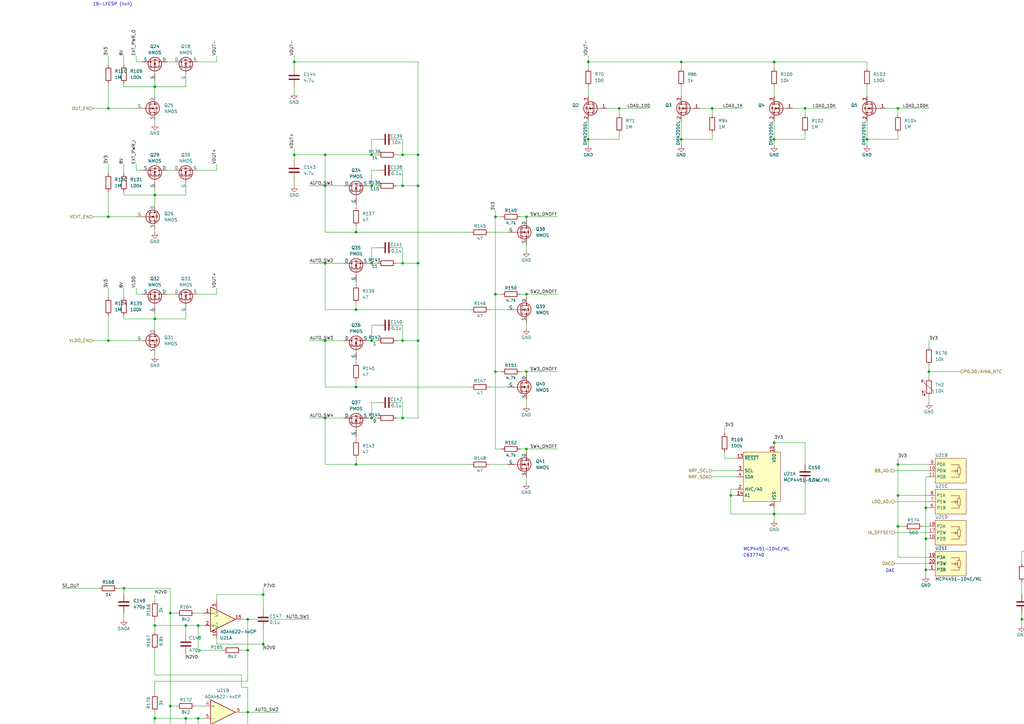
<source format=kicad_sch>
(kicad_sch (version 20230121) (generator eeschema)
  (paper "A3")
  (junction (at 355.6 57.15))
  (junction (at 495.3 190.5))
  (junction (at 63.5 373.38))
  (junction (at 81.28 256.54))
  (junction (at 107.95 264.16))
  (junction (at 406.4 342.9))
  (junction (at -114.3 177.8))
  (junction (at 368.3 215.9))
  (junction (at 69.85 251.46))
  (junction (at 152.4 171.45))
  (junction (at -139.7 203.2))
  (junction (at 63.5 335.28))
  (junction (at 368.3 190.5))
  (junction (at 419.1 254))
  (junction (at 81.28 294.64))
  (junction (at -63.5 114.3))
  (junction (at 171.45 63.5))
  (junction (at -127 186.69))
  (junction (at -133.35 127))
  (junction (at -63.5 101.6))
  (junction (at 273.05 342.9))
  (junction (at 44.45 44.45))
  (junction (at 146.05 190.5))
  (junction (at 146.05 95.25))
  (junction (at -101.6 177.8))
  (junction (at 368.3 44.45))
  (junction (at 317.5 25.4))
  (junction (at 203.2 88.9))
  (junction (at 76.2 294.64))
  (junction (at 469.9 217.17))
  (junction (at 317.5 210.82))
  (junction (at 133.35 107.95))
  (junction (at 81.28 332.74))
  (junction (at 133.35 171.45))
  (junction (at 146.05 158.75))
  (junction (at 63.5 332.74))
  (junction (at 254 44.45))
  (junction (at 431.8 342.9))
  (junction (at 63.5 294.64))
  (junction (at 254 393.7))
  (junction (at -114.3 127))
  (junction (at 379.73 233.68))
  (junction (at 165.1 107.95))
  (junction (at 254 342.9))
  (junction (at 133.35 139.7))
  (junction (at 44.45 88.9))
  (junction (at 241.3 25.4))
  (junction (at 171.45 139.7))
  (junction (at 482.6 241.3))
  (junction (at 273.05 330.2))
  (junction (at 462.28 203.2))
  (junction (at 69.85 327.66))
  (junction (at -57.15 101.6))
  (junction (at 107.95 243.84))
  (junction (at 379.73 208.28))
  (junction (at 495.3 215.9))
  (junction (at 279.4 57.15))
  (junction (at 462.28 196.85))
  (junction (at 482.6 215.9))
  (junction (at 165.1 171.45))
  (junction (at 76.2 370.84))
  (junction (at 215.9 152.4))
  (junction (at 330.2 44.45))
  (junction (at 152.4 76.2))
  (junction (at 171.45 76.2))
  (junction (at 120.65 25.4))
  (junction (at 241.3 330.2))
  (junction (at 152.4 63.5))
  (junction (at 165.1 63.5))
  (junction (at 228.6 330.2))
  (junction (at 482.6 203.2))
  (junction (at 215.9 88.9))
  (junction (at 464.82 243.84))
  (junction (at 203.2 120.65))
  (junction (at 285.75 330.2))
  (junction (at 63.5 130.81))
  (junction (at -114.3 139.7))
  (junction (at -81.28 133.35))
  (junction (at 439.42 208.28))
  (junction (at 234.95 381))
  (junction (at 298.45 330.2))
  (junction (at 76.2 332.74))
  (junction (at 165.1 139.7))
  (junction (at 146.05 127))
  (junction (at 266.7 393.7))
  (junction (at 462.28 215.9))
  (junction (at -133.35 139.7))
  (junction (at 317.5 181.61))
  (junction (at 457.2 342.9))
  (junction (at -101.6 127))
  (junction (at 152.4 107.95))
  (junction (at 215.9 184.15))
  (junction (at 469.9 228.6))
  (junction (at 63.5 80.01))
  (junction (at 279.4 25.4))
  (junction (at 425.45 203.2))
  (junction (at 215.9 120.65))
  (junction (at 241.3 381))
  (junction (at 439.42 233.68))
  (junction (at 69.85 332.74))
  (junction (at 76.2 256.54))
  (junction (at 101.6 368.3))
  (junction (at 133.35 76.2))
  (junction (at 101.6 302.26))
  (junction (at 273.05 381))
  (junction (at 152.4 139.7))
  (junction (at 381 342.9))
  (junction (at 101.6 266.7))
  (junction (at 120.65 63.5))
  (junction (at 63.5 35.56))
  (junction (at 44.45 139.7))
  (junction (at 439.42 205.74))
  (junction (at 379.73 220.98))
  (junction (at 101.6 292.1))
  (junction (at -101.6 139.7))
  (junction (at 81.28 370.84))
  (junction (at 381 152.4))
  (junction (at 101.6 340.36))
  (junction (at 464.82 233.68))
  (junction (at 50.8 241.3))
  (junction (at 101.6 254))
  (junction (at 203.2 152.4))
  (junction (at 63.5 370.84))
  (junction (at 299.72 203.2))
  (junction (at 101.6 330.2))
  (junction (at 241.3 57.15))
  (junction (at 63.5 256.54))
  (junction (at 133.35 63.5))
  (junction (at -127 167.64))
  (junction (at 439.42 203.2))
  (junction (at 439.42 218.44))
  (junction (at 292.1 44.45))
  (junction (at 368.3 203.2))
  (junction (at 69.85 289.56))
  (junction (at 482.6 190.5))
  (junction (at 171.45 107.95))
  (junction (at 317.5 57.15))
  (junction (at 165.1 76.2))
  (no_connect (at 441.96 213.36))
  (no_connect (at 264.16 383.54))
  (wire (pts (xy 279.4 25.4) (xy 279.4 27.94)))
  (wire (pts (xy 317.5 49.53) (xy 317.5 57.15)))
  (wire (pts (xy 279.4 49.53) (xy 279.4 57.15)))
  (wire (pts (xy 99.06 276.86) (xy 99.06 281.94)))
  (wire (pts (xy 44.45 67.31) (xy 44.45 71.12)))
  (wire (pts (xy 162.56 76.2) (xy 165.1 76.2)))
  (wire (pts (xy 203.2 120.65) (xy 205.74 120.65)))
  (wire (pts (xy 152.4 76.2) (xy 154.94 76.2)))
  (wire (pts (xy 154.94 133.35) (xy 152.4 133.35)))
  (wire (pts (xy 133.35 171.45) (xy 140.97 171.45)))
  (wire (pts (xy -114.3 152.4) (xy -114.3 139.7)))
  (wire (pts (xy 501.65 215.9) (xy 501.65 218.44)))
  (wire (pts (xy 368.3 203.2) (xy 368.3 215.9)))
  (wire (pts (xy 101.6 320.04) (xy 101.6 330.2)))
  (wire (pts (xy 269.24 332.74) (xy 269.24 342.9)))
  (wire (pts (xy 302.26 200.66) (xy 299.72 200.66)))
  (wire (pts (xy 264.16 332.74) (xy 269.24 332.74)))
  (wire (pts (xy 368.3 46.99) (xy 368.3 44.45)))
  (wire (pts (xy 101.6 302.26) (xy 101.6 317.5)))
  (wire (pts (xy 68.58 25.4) (xy 71.12 25.4)))
  (wire (pts (xy 76.2 332.74) (xy 69.85 332.74)))
  (wire (pts (xy 379.73 220.98) (xy 379.73 233.68)))
  (wire (pts (xy 254 57.15) (xy 241.3 57.15)))
  (wire (pts (xy -63.5 114.3) (xy -63.5 116.84)))
  (wire (pts (xy 355.6 25.4) (xy 317.5 25.4)))
  (wire (pts (xy 213.36 152.4) (xy 215.9 152.4)))
  (wire (pts (xy 299.72 200.66) (xy 299.72 203.2)))
  (wire (pts (xy 330.2 190.5) (xy 330.2 181.61)))
  (wire (pts (xy 459.74 205.74) (xy 462.28 205.74)))
  (wire (pts (xy -63.5 111.76) (xy -63.5 114.3)))
  (wire (pts (xy 292.1 46.99) (xy 292.1 44.45)))
  (wire (pts (xy 228.6 327.66) (xy 228.6 330.2)))
  (wire (pts (xy 254 393.7) (xy 266.7 393.7)))
  (wire (pts (xy 76.2 77.47) (xy 76.2 80.01)))
  (wire (pts (xy 302.26 187.96) (xy 297.18 187.96)))
  (wire (pts (xy 133.35 127) (xy 146.05 127)))
  (wire (pts (xy 368.3 228.6) (xy 381 228.6)))
  (wire (pts (xy 462.28 203.2) (xy 459.74 203.2)))
  (wire (pts (xy 38.1 88.9) (xy 44.45 88.9)))
  (wire (pts (xy -57.15 111.76) (xy -57.15 114.3)))
  (wire (pts (xy 63.5 130.81) (xy 63.5 134.62)))
  (wire (pts (xy 425.45 228.6) (xy 441.96 228.6)))
  (wire (pts (xy 101.6 281.94) (xy 101.6 292.1)))
  (wire (pts (xy 133.35 76.2) (xy 133.35 95.25)))
  (wire (pts (xy 215.9 132.08) (xy 215.9 134.62)))
  (wire (pts (xy 469.9 228.6) (xy 482.6 228.6)))
  (wire (pts (xy 133.35 107.95) (xy 140.97 107.95)))
  (wire (pts (xy 76.2 128.27) (xy 76.2 130.81)))
  (wire (pts (xy 171.45 25.4) (xy 171.45 63.5)))
  (wire (pts (xy 215.9 184.15) (xy 228.6 184.15)))
  (wire (pts (xy 439.42 208.28) (xy 439.42 205.74)))
  (wire (pts (xy 81.28 294.64) (xy 76.2 294.64)))
  (wire (pts (xy 146.05 124.46) (xy 146.05 127)))
  (wire (pts (xy 165.1 171.45) (xy 165.1 165.1)))
  (wire (pts (xy 203.2 152.4) (xy 205.74 152.4)))
  (wire (pts (xy 292.1 54.61) (xy 292.1 57.15)))
  (wire (pts (xy 478.79 227.33) (xy 478.79 217.17)))
  (wire (pts (xy 482.6 200.66) (xy 482.6 203.2)))
  (wire (pts (xy 81.28 256.54) (xy 83.82 256.54)))
  (wire (pts (xy 44.45 129.54) (xy 44.45 139.7)))
  (wire (pts (xy -133.35 129.54) (xy -133.35 127)))
  (wire (pts (xy 381 162.56) (xy 381 165.1)))
  (wire (pts (xy 439.42 233.68) (xy 439.42 218.44)))
  (wire (pts (xy 69.85 332.74) (xy 63.5 332.74)))
  (wire (pts (xy 55.88 139.7) (xy 44.45 139.7)))
  (wire (pts (xy 101.6 317.5) (xy 63.5 317.5)))
  (wire (pts (xy 482.6 241.3) (xy 482.6 238.76)))
  (wire (pts (xy 58.42 25.4) (xy 55.88 25.4)))
  (wire (pts (xy 101.6 254) (xy 127 254)))
  (wire (pts (xy 76.2 35.56) (xy 63.5 35.56)))
  (wire (pts (xy 457.2 340.36) (xy 457.2 342.9)))
  (wire (pts (xy 241.3 330.2) (xy 228.6 330.2)))
  (wire (pts (xy -57.15 101.6) (xy -63.5 101.6)))
  (wire (pts (xy 439.42 238.76) (xy 439.42 233.68)))
  (wire (pts (xy 107.95 264.16) (xy 107.95 266.7)))
  (wire (pts (xy 72.39 365.76) (xy 69.85 365.76)))
  (wire (pts (xy 459.74 238.76) (xy 462.28 238.76)))
  (wire (pts (xy 151.13 139.7) (xy 152.4 139.7)))
  (wire (pts (xy 439.42 203.2) (xy 439.42 196.85)))
  (wire (pts (xy 459.74 228.6) (xy 469.9 228.6)))
  (wire (pts (xy 107.95 264.16) (xy 88.9 264.16)))
  (wire (pts (xy 120.65 25.4) (xy 120.65 27.94)))
  (wire (pts (xy 120.65 22.86) (xy 120.65 25.4)))
  (wire (pts (xy 55.88 118.11) (xy 55.88 120.65)))
  (wire (pts (xy 279.4 35.56) (xy 279.4 39.37)))
  (wire (pts (xy 234.95 381) (xy 234.95 383.54)))
  (wire (pts (xy 171.45 63.5) (xy 171.45 76.2)))
  (wire (pts (xy -57.15 104.14) (xy -57.15 101.6)))
  (wire (pts (xy 441.96 236.22) (xy 436.88 236.22)))
  (wire (pts (xy 482.6 215.9) (xy 495.3 215.9)))
  (wire (pts (xy 439.42 233.68) (xy 441.96 233.68)))
  (wire (pts (xy 133.35 190.5) (xy 146.05 190.5)))
  (wire (pts (xy 379.73 233.68) (xy 379.73 236.22)))
  (wire (pts (xy 72.39 327.66) (xy 69.85 327.66)))
  (wire (pts (xy 80.01 289.56) (xy 83.82 289.56)))
  (wire (pts (xy -81.28 133.35) (xy -69.85 133.35)))
  (wire (pts (xy 439.42 218.44) (xy 439.42 208.28)))
  (wire (pts (xy 171.45 76.2) (xy 171.45 107.95)))
  (wire (pts (xy 462.28 218.44) (xy 462.28 215.9)))
  (wire (pts (xy 254 340.36) (xy 254 342.9)))
  (wire (pts (xy 165.1 76.2) (xy 165.1 69.85)))
  (wire (pts (xy 441.96 238.76) (xy 439.42 238.76)))
  (wire (pts (xy 317.5 208.28) (xy 317.5 210.82)))
  (wire (pts (xy 254 342.9) (xy 266.7 342.9)))
  (wire (pts (xy -114.3 177.8) (xy -116.84 177.8)))
  (wire (pts (xy 133.35 139.7) (xy 140.97 139.7)))
  (wire (pts (xy 473.71 190.5) (xy 482.6 190.5)))
  (wire (pts (xy 482.6 226.06) (xy 482.6 227.33)))
  (wire (pts (xy 330.2 57.15) (xy 317.5 57.15)))
  (wire (pts (xy -63.5 99.06) (xy -63.5 101.6)))
  (wire (pts (xy 88.9 243.84) (xy 88.9 246.38)))
  (wire (pts (xy 162.56 165.1) (xy 165.1 165.1)))
  (wire (pts (xy -116.84 114.3) (xy -114.3 114.3)))
  (wire (pts (xy 269.24 342.9) (xy 273.05 342.9)))
  (wire (pts (xy 273.05 342.9) (xy 273.05 345.44)))
  (wire (pts (xy 228.6 340.36) (xy 228.6 342.9)))
  (wire (pts (xy 101.6 330.2) (xy 101.6 340.36)))
  (wire (pts (xy 298.45 327.66) (xy 298.45 330.2)))
  (wire (pts (xy 279.4 25.4) (xy 241.3 25.4)))
  (wire (pts (xy 99.06 281.94) (xy 101.6 281.94)))
  (wire (pts (xy 76.2 130.81) (xy 63.5 130.81)))
  (wire (pts (xy 76.2 294.64) (xy 76.2 298.45)))
  (wire (pts (xy -127 185.42) (xy -127 186.69)))
  (wire (pts (xy 63.5 256.54) (xy 63.5 259.08)))
  (wire (pts (xy 241.3 386.08) (xy 241.3 381)))
  (wire (pts (xy 495.3 199.39) (xy 495.3 190.5)))
  (wire (pts (xy 63.5 266.7) (xy 63.5 276.86)))
  (wire (pts (xy 63.5 276.86) (xy 99.06 276.86)))
  (wire (pts (xy 482.6 228.6) (xy 482.6 231.14)))
  (wire (pts (xy 99.06 292.1) (xy 101.6 292.1)))
  (wire (pts (xy 55.88 22.86) (xy 55.88 25.4)))
  (wire (pts (xy 63.5 80.01) (xy 63.5 77.47)))
  (wire (pts (xy 101.6 292.1) (xy 114.3 292.1)))
  (wire (pts (xy 298.45 340.36) (xy 298.45 342.9)))
  (wire (pts (xy 151.13 107.95) (xy 152.4 107.95)))
  (wire (pts (xy 292.1 195.58) (xy 302.26 195.58)))
  (wire (pts (xy 234.95 378.46) (xy 234.95 381)))
  (wire (pts (xy 273.05 330.2) (xy 273.05 332.74)))
  (wire (pts (xy 425.45 203.2) (xy 439.42 203.2)))
  (wire (pts (xy 482.6 190.5) (xy 482.6 193.04)))
  (wire (pts (xy 419.1 226.06) (xy 441.96 226.06)))
  (wire (pts (xy 406.4 342.9) (xy 406.4 345.44)))
  (wire (pts (xy 200.66 158.75) (xy 208.28 158.75)))
  (wire (pts (xy 355.6 49.53) (xy 355.6 57.15)))
  (wire (pts (xy 63.5 373.38) (xy 63.5 378.46)))
  (wire (pts (xy 330.2 198.12) (xy 330.2 210.82)))
  (wire (pts (xy 495.3 232.41) (xy 495.3 241.3)))
  (wire (pts (xy 464.82 243.84) (xy 462.28 243.84)))
  (wire (pts (xy 213.36 88.9) (xy 215.9 88.9)))
  (wire (pts (xy 482.6 203.2) (xy 482.6 205.74)))
  (wire (pts (xy 76.2 80.01) (xy 63.5 80.01)))
  (wire (pts (xy -135.89 154.94) (xy -132.08 154.94)))
  (wire (pts (xy 381 139.7) (xy 381 142.24)))
  (wire (pts (xy 152.4 57.15) (xy 152.4 63.5)))
  (wire (pts (xy 152.4 69.85) (xy 152.4 76.2)))
  (wire (pts (xy 464.82 243.84) (xy 464.82 245.11)))
  (wire (pts (xy 381 340.36) (xy 381 342.9)))
  (wire (pts (xy 457.2 342.9) (xy 463.55 342.9)))
  (wire (pts (xy 146.05 127) (xy 193.04 127)))
  (wire (pts (xy 254 44.45) (xy 266.7 44.45)))
  (wire (pts (xy 459.74 210.82) (xy 464.82 210.82)))
  (wire (pts (xy 254 44.45) (xy 248.92 44.45)))
  (wire (pts (xy 76.2 256.54) (xy 76.2 260.35)))
  (wire (pts (xy -132.08 175.26) (xy -134.62 175.26)))
  (wire (pts (xy 243.84 335.28) (xy 241.3 335.28)))
  (wire (pts (xy 203.2 86.36) (xy 203.2 88.9)))
  (wire (pts (xy 254 391.16) (xy 254 393.7)))
  (wire (pts (xy 279.4 57.15) (xy 279.4 59.69)))
  (wire (pts (xy 63.5 80.01) (xy 50.8 80.01)))
  (wire (pts (xy 254 342.9) (xy 254 345.44)))
  (wire (pts (xy -101.6 135.89) (xy -101.6 139.7)))
  (wire (pts (xy 162.56 101.6) (xy 165.1 101.6)))
  (wire (pts (xy 381 149.86) (xy 381 152.4)))
  (wire (pts (xy 367.03 231.14) (xy 381 231.14)))
  (wire (pts (xy 50.8 241.3) (xy 69.85 241.3)))
  (wire (pts (xy 101.6 340.36) (xy 99.06 340.36)))
  (wire (pts (xy -127 186.69) (xy -107.95 186.69)))
  (wire (pts (xy 50.8 251.46) (xy 50.8 254)))
  (wire (pts (xy 63.5 35.56) (xy 63.5 39.37)))
  (wire (pts (xy 107.95 243.84) (xy 88.9 243.84)))
  (wire (pts (xy 91.44 302.26) (xy 81.28 302.26)))
  (wire (pts (xy 69.85 251.46) (xy 69.85 289.56)))
  (wire (pts (xy 381 152.4) (xy 381 154.94)))
  (wire (pts (xy 273.05 391.16) (xy 273.05 393.7)))
  (wire (pts (xy 162.56 69.85) (xy 165.1 69.85)))
  (wire (pts (xy 457.2 353.06) (xy 457.2 355.6)))
  (wire (pts (xy 146.05 95.25) (xy 193.04 95.25)))
  (wire (pts (xy 152.4 139.7) (xy 154.94 139.7)))
  (wire (pts (xy 171.45 139.7) (xy 171.45 171.45)))
  (wire (pts (xy 99.06 368.3) (xy 101.6 368.3)))
  (wire (pts (xy -107.95 167.64) (xy -107.95 173.99)))
  (wire (pts (xy 63.5 243.84) (xy 63.5 246.38)))
  (wire (pts (xy 462.28 203.2) (xy 462.28 196.85)))
  (wire (pts (xy 241.3 381) (xy 243.84 381)))
  (wire (pts (xy 297.18 175.26) (xy 297.18 177.8)))
  (wire (pts (xy 120.65 63.5) (xy 133.35 63.5)))
  (wire (pts (xy -139.7 203.2) (xy -127 203.2)))
  (wire (pts (xy 99.06 314.96) (xy 99.06 320.04)))
  (wire (pts (xy -92.71 120.65) (xy -101.6 120.65)))
  (wire (pts (xy 146.05 190.5) (xy 193.04 190.5)))
  (wire (pts (xy -116.84 139.7) (xy -114.3 139.7)))
  (wire (pts (xy 55.88 88.9) (xy 44.45 88.9)))
  (wire (pts (xy 76.2 267.97) (xy 76.2 270.51)))
  (wire (pts (xy 146.05 158.75) (xy 193.04 158.75)))
  (wire (pts (xy 299.72 210.82) (xy 317.5 210.82)))
  (wire (pts (xy 120.65 35.56) (xy 120.65 38.1)))
  (wire (pts (xy 48.26 241.3) (xy 50.8 241.3)))
  (wire (pts (xy 298.45 332.74) (xy 298.45 330.2)))
  (wire (pts (xy 495.3 187.96) (xy 495.3 190.5)))
  (wire (pts (xy 292.1 44.45) (xy 304.8 44.45)))
  (wire (pts (xy 378.46 215.9) (xy 381 215.9)))
  (wire (pts (xy 200.66 127) (xy 208.28 127)))
  (wire (pts (xy 81.28 302.26) (xy 81.28 294.64)))
  (wire (pts (xy 69.85 327.66) (xy 69.85 332.74)))
  (wire (pts (xy -101.6 177.8) (xy -101.6 196.85)))
  (wire (pts (xy 419.1 254) (xy 419.1 256.54)))
  (wire (pts (xy 101.6 368.3) (xy 114.3 368.3)))
  (wire (pts (xy 317.5 25.4) (xy 279.4 25.4)))
  (wire (pts (xy 133.35 171.45) (xy 133.35 190.5)))
  (wire (pts (xy 44.45 118.11) (xy 44.45 121.92)))
  (wire (pts (xy 50.8 118.11) (xy 50.8 121.92)))
  (wire (pts (xy 63.5 144.78) (xy 63.5 146.05)))
  (wire (pts (xy 63.5 130.81) (xy 63.5 128.27)))
  (wire (pts (xy -127 186.69) (xy -127 187.96)))
  (wire (pts (xy 99.06 353.06) (xy 63.5 353.06)))
  (wire (pts (xy 213.36 120.65) (xy 215.9 120.65)))
  (wire (pts (xy 478.79 217.17) (xy 469.9 217.17)))
  (wire (pts (xy 146.05 92.71) (xy 146.05 95.25)))
  (wire (pts (xy 368.3 215.9) (xy 370.84 215.9)))
  (wire (pts (xy 127 139.7) (xy 133.35 139.7)))
  (wire (pts (xy -116.84 152.4) (xy -114.3 152.4)))
  (wire (pts (xy 107.95 243.84) (xy 107.95 250.19)))
  (wire (pts (xy 151.13 76.2) (xy 152.4 76.2)))
  (wire (pts (xy 254 393.7) (xy 254 396.24)))
  (wire (pts (xy 68.58 69.85) (xy 71.12 69.85)))
  (wire (pts (xy -133.35 139.7) (xy -133.35 149.86)))
  (wire (pts (xy 425.45 213.36) (xy 425.45 215.9)))
  (wire (pts (xy -133.35 139.7) (xy -133.35 137.16)))
  (wire (pts (xy 38.1 139.7) (xy 44.45 139.7)))
  (wire (pts (xy 215.9 185.42) (xy 215.9 184.15)))
  (wire (pts (xy 63.5 49.53) (xy 63.5 50.8)))
  (wire (pts (xy 431.8 342.9) (xy 431.8 345.44)))
  (wire (pts (xy 439.42 196.85) (xy 447.04 196.85)))
  (wire (pts (xy 63.5 355.6) (xy 63.5 360.68)))
  (wire (pts (xy 462.28 196.85) (xy 462.28 190.5)))
  (wire (pts (xy 50.8 34.29) (xy 50.8 35.56)))
  (wire (pts (xy 101.6 355.6) (xy 63.5 355.6)))
  (wire (pts (xy 154.94 165.1) (xy 152.4 165.1)))
  (wire (pts (xy -116.84 127) (xy -114.3 127)))
  (wire (pts (xy -139.7 203.2) (xy -146.05 203.2)))
  (wire (pts (xy 99.06 254) (xy 101.6 254)))
  (wire (pts (xy 273.05 342.9) (xy 275.59 342.9)))
  (wire (pts (xy 436.88 236.22) (xy 436.88 245.11)))
  (wire (pts (xy 63.5 381) (xy 63.5 384.81)))
  (wire (pts (xy 379.73 220.98) (xy 381 220.98)))
  (wire (pts (xy 50.8 67.31) (xy 50.8 71.12)))
  (wire (pts (xy -133.35 127) (xy -124.46 127)))
  (wire (pts (xy 459.74 223.52) (xy 464.82 223.52)))
  (wire (pts (xy 482.6 215.9) (xy 462.28 215.9)))
  (wire (pts (xy 58.42 120.65) (xy 55.88 120.65)))
  (wire (pts (xy 464.82 233.68) (xy 464.82 234.95)))
  (wire (pts (xy -63.5 88.9) (xy -63.5 91.44)))
  (wire (pts (xy 330.2 44.45) (xy 342.9 44.45)))
  (wire (pts (xy 464.82 242.57) (xy 464.82 243.84)))
  (wire (pts (xy 101.6 368.3) (xy 101.6 378.46)))
  (wire (pts (xy 81.28 294.64) (xy 83.82 294.64)))
  (wire (pts (xy 63.5 254) (xy 63.5 256.54)))
  (wire (pts (xy 228.6 330.2) (xy 228.6 332.74)))
  (wire (pts (xy 469.9 217.17) (xy 469.9 218.44)))
  (wire (pts (xy 99.06 358.14) (xy 101.6 358.14)))
  (wire (pts (xy 254 54.61) (xy 254 57.15)))
  (wire (pts (xy 264.16 330.2) (xy 273.05 330.2)))
  (wire (pts (xy 63.5 368.3) (xy 63.5 370.84)))
  (wire (pts (xy 80.01 365.76) (xy 83.82 365.76)))
  (wire (pts (xy 285.75 342.9) (xy 283.21 342.9)))
  (wire (pts (xy 133.35 158.75) (xy 146.05 158.75)))
  (wire (pts (xy 50.8 78.74) (xy 50.8 80.01)))
  (wire (pts (xy 473.71 233.68) (xy 480.06 233.68)))
  (wire (pts (xy 203.2 184.15) (xy 203.2 152.4)))
  (wire (pts (xy 99.06 330.2) (xy 101.6 330.2)))
  (wire (pts (xy 381 330.2) (xy 381 332.74)))
  (wire (pts (xy 91.44 266.7) (xy 81.28 266.7)))
  (wire (pts (xy -101.6 162.56) (xy -101.6 177.8)))
  (wire (pts (xy -104.14 139.7) (xy -101.6 139.7)))
  (wire (pts (xy 368.3 203.2) (xy 381 203.2)))
  (wire (pts (xy 146.05 156.21) (xy 146.05 158.75)))
  (wire (pts (xy 63.5 330.2) (xy 63.5 332.74)))
  (wire (pts (xy 165.1 76.2) (xy 171.45 76.2)))
  (wire (pts (xy 302.26 203.2) (xy 299.72 203.2)))
  (wire (pts (xy 203.2 88.9) (xy 205.74 88.9)))
  (wire (pts (xy 215.9 88.9) (xy 215.9 90.17)))
  (wire (pts (xy 203.2 152.4) (xy 203.2 120.65)))
  (wire (pts (xy 81.28 332.74) (xy 83.82 332.74)))
  (wire (pts (xy -133.35 127) (xy -133.35 111.76)))
  (wire (pts (xy 273.05 355.6) (xy 273.05 353.06)))
  (wire (pts (xy 63.5 335.28) (xy 63.5 337.82)))
  (wire (pts (xy 317.5 180.34) (xy 317.5 181.61)))
  (wire (pts (xy 152.4 63.5) (xy 154.94 63.5)))
  (wire (pts (xy 462.28 215.9) (xy 459.74 215.9)))
  (wire (pts (xy 495.3 207.01) (xy 495.3 215.9)))
  (wire (pts (xy 439.42 203.2) (xy 441.96 203.2)))
  (wire (pts (xy 72.39 289.56) (xy 69.85 289.56)))
  (wire (pts (xy 368.3 215.9) (xy 368.3 228.6)))
  (wire (pts (xy 379.73 195.58) (xy 379.73 208.28)))
  (wire (pts (xy 88.9 22.86) (xy 88.9 25.4)))
  (wire (pts (xy 76.2 332.74) (xy 76.2 336.55)))
  (wire (pts (xy 381 152.4) (xy 393.7 152.4)))
  (wire (pts (xy 162.56 139.7) (xy 165.1 139.7)))
  (wire (pts (xy 154.94 101.6) (xy 152.4 101.6)))
  (wire (pts (xy 152.4 101.6) (xy 152.4 107.95)))
  (wire (pts (xy 367.03 205.74) (xy 381 205.74)))
  (wire (pts (xy 63.5 294.64) (xy 63.5 297.18)))
  (wire (pts (xy 441.96 205.74) (xy 439.42 205.74)))
  (wire (pts (xy -127 167.64) (xy -127 170.18)))
  (wire (pts (xy 88.9 118.11) (xy 88.9 120.65)))
  (wire (pts (xy -133.35 111.76) (xy -132.08 111.76)))
  (wire (pts (xy 69.85 241.3) (xy 69.85 251.46)))
  (wire (pts (xy -114.3 177.8) (xy -101.6 177.8)))
  (wire (pts (xy -99.06 130.81) (xy -101.6 130.81)))
  (wire (pts (xy 99.06 314.96) (xy 63.5 314.96)))
  (wire (pts (xy 462.28 196.85) (xy 454.66 196.85)))
  (wire (pts (xy 462.28 205.74) (xy 462.28 203.2)))
  (wire (pts (xy -139.7 205.74) (xy -139.7 203.2)))
  (wire (pts (xy 44.45 22.86) (xy 44.45 26.67)))
  (wire (pts (xy 406.4 342.9) (xy 412.75 342.9)))
  (wire (pts (xy 165.1 63.5) (xy 165.1 57.15)))
  (wire (pts (xy 241.3 335.28) (xy 241.3 330.2)))
  (wire (pts (xy 133.35 63.5) (xy 133.35 76.2)))
  (wire (pts (xy 63.5 317.5) (xy 63.5 322.58)))
  (wire (pts (xy -127 203.2) (xy -127 205.74)))
  (wire (pts (xy 76.2 344.17) (xy 76.2 346.71)))
  (wire (pts (xy 152.4 63.5) (xy 133.35 63.5)))
  (wire (pts (xy 464.82 210.82) (xy 464.82 203.2)))
  (wire (pts (xy 459.74 218.44) (xy 462.28 218.44)))
  (wire (pts (xy 273.05 340.36) (xy 273.05 342.9)))
  (wire (pts (xy 81.28 25.4) (xy 88.9 25.4)))
  (wire (pts (xy -127 165.1) (xy -127 167.64)))
  (wire (pts (xy -146.05 180.34) (xy -132.08 180.34)))
  (wire (pts (xy 50.8 241.3) (xy 50.8 243.84)))
  (wire (pts (xy -99.06 135.89) (xy -101.6 135.89)))
  (wire (pts (xy 234.95 391.16) (xy 234.95 393.7)))
  (wire (pts (xy 368.3 190.5) (xy 368.3 203.2)))
  (wire (pts (xy 464.82 223.52) (xy 464.82 217.17)))
  (wire (pts (xy 381 342.9) (xy 387.35 342.9)))
  (wire (pts (xy 482.6 227.33) (xy 478.79 227.33)))
  (wire (pts (xy -134.62 168.91) (xy -114.3 168.91)))
  (wire (pts (xy 292.1 57.15) (xy 279.4 57.15)))
  (wire (pts (xy 297.18 185.42) (xy 297.18 187.96)))
  (wire (pts (xy 215.9 88.9) (xy 228.6 88.9)))
  (wire (pts (xy -114.3 127) (xy -111.76 127)))
  (wire (pts (xy -135.89 116.84) (xy -132.08 116.84)))
  (wire (pts (xy 462.28 238.76) (xy 462.28 243.84)))
  (wire (pts (xy 91.44 340.36) (xy 81.28 340.36)))
  (wire (pts (xy -146.05 196.85) (xy -101.6 196.85)))
  (wire (pts (xy 368.3 190.5) (xy 381 190.5)))
  (wire (pts (xy 81.28 370.84) (xy 76.2 370.84)))
  (wire (pts (xy 213.36 184.15) (xy 215.9 184.15)))
  (wire (pts (xy 81.28 120.65) (xy 88.9 120.65)))
  (wire (pts (xy 146.05 147.32) (xy 146.05 148.59)))
  (wire (pts (xy 425.45 200.66) (xy 425.45 203.2)))
  (wire (pts (xy -114.3 168.91) (xy -114.3 177.8)))
  (wire (pts (xy 88.9 67.31) (xy 88.9 69.85)))
  (wire (pts (xy 107.95 241.3) (xy 107.95 243.84)))
  (wire (pts (xy 171.45 107.95) (xy 171.45 139.7)))
  (wire (pts (xy 76.2 256.54) (xy 63.5 256.54)))
  (wire (pts (xy -63.5 114.3) (xy -57.15 114.3)))
  (wire (pts (xy 165.1 63.5) (xy 171.45 63.5)))
  (wire (pts (xy 495.3 215.9) (xy 501.65 215.9)))
  (wire (pts (xy 50.8 22.86) (xy 50.8 26.67)))
  (wire (pts (xy 215.9 120.65) (xy 215.9 121.92)))
  (wire (pts (xy 101.6 358.14) (xy 101.6 368.3)))
  (wire (pts (xy 457.2 330.2) (xy 457.2 332.74)))
  (wire (pts (xy 436.88 220.98) (xy 441.96 220.98)))
  (wire (pts (xy 162.56 171.45) (xy 165.1 171.45)))
  (wire (pts (xy 55.88 67.31) (xy 55.88 69.85)))
  (wire (pts (xy 152.4 107.95) (xy 154.94 107.95)))
  (wire (pts (xy 44.45 78.74) (xy 44.45 88.9)))
  (wire (pts (xy 406.4 330.2) (xy 406.4 332.74)))
  (wire (pts (xy 285.75 330.2) (xy 273.05 330.2)))
  (wire (pts (xy 480.06 241.3) (xy 482.6 241.3)))
  (wire (pts (xy 81.28 370.84) (xy 83.82 370.84)))
  (wire (pts (xy 425.45 251.46) (xy 425.45 254)))
  (wire (pts (xy 292.1 44.45) (xy 287.02 44.45)))
  (wire (pts (xy 367.03 193.04) (xy 381 193.04)))
  (wire (pts (xy 266.7 386.08) (xy 264.16 386.08)))
  (wire (pts (xy 120.65 25.4) (xy 171.45 25.4)))
  (wire (pts (xy 165.1 139.7) (xy 171.45 139.7)))
  (wire (pts (xy -114.3 139.7) (xy -111.76 139.7)))
  (wire (pts (xy 72.39 251.46) (xy 69.85 251.46)))
  (wire (pts (xy 146.05 83.82) (xy 146.05 85.09)))
  (wire (pts (xy 480.06 233.68) (xy 480.06 241.3)))
  (wire (pts (xy 99.06 320.04) (xy 101.6 320.04)))
  (wire (pts (xy -101.6 130.81) (xy -101.6 127)))
  (wire (pts (xy -101.6 127) (xy -104.14 127)))
  (wire (pts (xy 215.9 195.58) (xy 215.9 198.12)))
  (wire (pts (xy 101.6 254) (xy 101.6 266.7)))
  (wire (pts (xy 330.2 181.61) (xy 317.5 181.61)))
  (wire (pts (xy 165.1 107.95) (xy 165.1 101.6)))
  (wire (pts (xy 63.5 35.56) (xy 50.8 35.56)))
  (wire (pts (xy 80.01 327.66) (xy 83.82 327.66)))
  (wire (pts (xy 241.3 330.2) (xy 243.84 330.2)))
  (wire (pts (xy 55.88 44.45) (xy 44.45 44.45)))
  (wire (pts (xy 146.05 115.57) (xy 146.05 116.84)))
  (wire (pts (xy 101.6 279.4) (xy 63.5 279.4)))
  (wire (pts (xy 127 76.2) (xy 133.35 76.2)))
  (wire (pts (xy 63.5 35.56) (xy 63.5 33.02)))
  (wire (pts (xy 127 107.95) (xy 133.35 107.95)))
  (wire (pts (xy 127 171.45) (xy 133.35 171.45)))
  (wire (pts (xy 431.8 340.36) (xy 431.8 342.9)))
  (wire (pts (xy 101.6 340.36) (xy 101.6 355.6)))
  (wire (pts (xy 241.3 57.15) (xy 241.3 59.69)))
  (wire (pts (xy 292.1 193.04) (xy 302.26 193.04)))
  (wire (pts (xy 107.95 257.81) (xy 107.95 264.16)))
  (wire (pts (xy 120.65 60.96) (xy 120.65 63.5)))
  (wire (pts (xy 439.42 205.74) (xy 439.42 203.2)))
  (wire (pts (xy 241.3 22.86) (xy 241.3 25.4)))
  (wire (pts (xy 273.05 383.54) (xy 273.05 381)))
  (wire (pts (xy -127 167.64) (xy -107.95 167.64)))
  (wire (pts (xy 76.2 370.84) (xy 63.5 370.84)))
  (wire (pts (xy -81.28 120.65) (xy -81.28 133.35)))
  (wire (pts (xy 254 46.99) (xy 254 44.45)))
  (wire (pts (xy 215.9 152.4) (xy 228.6 152.4)))
  (wire (pts (xy 81.28 266.7) (xy 81.28 256.54)))
  (wire (pts (xy 419.1 251.46) (xy 419.1 254)))
  (wire (pts (xy 368.3 57.15) (xy 355.6 57.15)))
  (wire (pts (xy 146.05 179.07) (xy 146.05 180.34)))
  (wire (pts (xy 205.74 184.15) (xy 203.2 184.15)))
  (wire (pts (xy 99.06 353.06) (xy 99.06 358.14)))
  (wire (pts (xy 91.44 378.46) (xy 81.28 378.46)))
  (wire (pts (xy 81.28 332.74) (xy 76.2 332.74)))
  (wire (pts (xy 154.94 57.15) (xy 152.4 57.15)))
  (wire (pts (xy 152.4 165.1) (xy 152.4 171.45)))
  (wire (pts (xy 25.4 241.3) (xy 40.64 241.3)))
  (wire (pts (xy 154.94 69.85) (xy 152.4 69.85)))
  (wire (pts (xy -124.46 139.7) (xy -133.35 139.7)))
  (wire (pts (xy 317.5 181.61) (xy 317.5 182.88)))
  (wire (pts (xy -101.6 139.7) (xy -101.6 154.94)))
  (wire (pts (xy -107.95 186.69) (xy -107.95 181.61)))
  (wire (pts (xy 165.1 139.7) (xy 165.1 133.35)))
  (wire (pts (xy 69.85 289.56) (xy 69.85 327.66)))
  (wire (pts (xy 330.2 54.61) (xy 330.2 57.15)))
  (wire (pts (xy 101.6 378.46) (xy 99.06 378.46)))
  (wire (pts (xy 273.05 393.7) (xy 266.7 393.7)))
  (wire (pts (xy 152.4 171.45) (xy 154.94 171.45)))
  (wire (pts (xy 88.9 264.16) (xy 88.9 261.62)))
  (wire (pts (xy -132.08 149.86) (xy -133.35 149.86)))
  (wire (pts (xy 469.9 226.06) (xy 469.9 228.6)))
  (wire (pts (xy 431.8 342.9) (xy 438.15 342.9)))
  (wire (pts (xy 285.75 340.36) (xy 285.75 342.9)))
  (wire (pts (xy 101.6 266.7) (xy 101.6 279.4)))
  (wire (pts (xy 81.28 340.36) (xy 81.28 332.74)))
  (wire (pts (xy 162.56 133.35) (xy 165.1 133.35)))
  (wire (pts (xy 379.73 233.68) (xy 381 233.68)))
  (wire (pts (xy 241.3 25.4) (xy 241.3 27.94)))
  (wire (pts (xy 133.35 76.2) (xy 140.97 76.2)))
  (wire (pts (xy 355.6 25.4) (xy 355.6 27.94)))
  (wire (pts (xy -85.09 120.65) (xy -81.28 120.65)))
  (wire (pts (xy 406.4 340.36) (xy 406.4 342.9)))
  (wire (pts (xy 419.1 226.06) (xy 419.1 231.14)))
  (wire (pts (xy 80.01 251.46) (xy 83.82 251.46)))
  (wire (pts (xy 81.28 69.85) (xy 88.9 69.85)))
  (wire (pts (xy 495.3 190.5) (xy 482.6 190.5)))
  (wire (pts (xy 133.35 95.25) (xy 146.05 95.25)))
  (wire (pts (xy 76.2 370.84) (xy 76.2 374.65)))
  (wire (pts (xy -81.28 133.35) (xy -83.82 133.35)))
  (wire (pts (xy 459.74 233.68) (xy 464.82 233.68)))
  (wire (pts (xy 298.45 330.2) (xy 285.75 330.2)))
  (wire (pts (xy 133.35 107.95) (xy 133.35 127)))
  (wire (pts (xy 381 342.9) (xy 381 345.44)))
  (wire (pts (xy 330.2 46.99) (xy 330.2 44.45)))
  (wire (pts (xy 381 353.06) (xy 381 355.6)))
  (wire (pts (xy -152.4 116.84) (xy -143.51 116.84)))
  (wire (pts (xy 367.03 218.44) (xy 381 218.44)))
  (wire (pts (xy -57.15 101.6) (xy -50.8 101.6)))
  (wire (pts (xy 76.2 382.27) (xy 76.2 384.81)))
  (wire (pts (xy 441.96 208.28) (xy 439.42 208.28)))
  (wire (pts (xy 81.28 378.46) (xy 81.28 370.84)))
  (wire (pts (xy 425.45 231.14) (xy 425.45 228.6)))
  (wire (pts (xy 63.5 93.98) (xy 63.5 95.25)))
  (wire (pts (xy 464.82 233.68) (xy 466.09 233.68)))
  (wire (pts (xy 63.5 314.96) (xy 63.5 304.8)))
  (wire (pts (xy 63.5 332.74) (xy 63.5 335.28)))
  (wire (pts (xy 355.6 57.15) (xy 355.6 59.69)))
  (wire (pts (xy 379.73 208.28) (xy 381 208.28)))
  (wire (pts (xy 215.9 152.4) (xy 215.9 153.67)))
  (wire (pts (xy 63.5 80.01) (xy 63.5 83.82)))
  (wire (pts (xy -101.6 120.65) (xy -101.6 127)))
  (wire (pts (xy 425.45 254) (xy 419.1 254)))
  (wire (pts (xy 317.5 25.4) (xy 317.5 27.94)))
  (wire (pts (xy 368.3 44.45) (xy 363.22 44.45)))
  (wire (pts (xy 379.73 208.28) (xy 379.73 220.98)))
  (wire (pts (xy 133.35 139.7) (xy 133.35 158.75)))
  (wire (pts (xy 215.9 100.33) (xy 215.9 102.87)))
  (wire (pts (xy 425.45 238.76) (xy 425.45 243.84)))
  (wire (pts (xy 234.95 393.7) (xy 254 393.7)))
  (wire (pts (xy 38.1 44.45) (xy 44.45 44.45)))
  (wire (pts (xy 264.16 335.28) (xy 266.7 335.28)))
  (wire (pts (xy 120.65 66.04) (xy 120.65 63.5)))
  (wire (pts (xy 266.7 393.7) (xy 266.7 386.08)))
  (wire (pts (xy 81.28 256.54) (xy 76.2 256.54)))
  (wire (pts (xy -134.62 175.26) (xy -134.62 168.91)))
  (wire (pts (xy 406.4 353.06) (xy 406.4 355.6)))
  (wire (pts (xy 241.3 35.56) (xy 241.3 39.37)))
  (wire (pts (xy 285.75 332.74) (xy 285.75 330.2)))
  (wire (pts (xy 368.3 187.96) (xy 368.3 190.5)))
  (wire (pts (xy 152.4 133.35) (xy 152.4 139.7)))
  (wire (pts (xy 330.2 210.82) (xy 317.5 210.82)))
  (wire (pts (xy 200.66 95.25) (xy 208.28 95.25)))
  (wire (pts (xy 368.3 54.61) (xy 368.3 57.15)))
  (wire (pts (xy 381 195.58) (xy 379.73 195.58)))
  (wire (pts (xy 266.7 335.28) (xy 266.7 342.9)))
  (wire (pts (xy 63.5 353.06) (xy 63.5 342.9)))
  (wire (pts (xy 482.6 241.3) (xy 482.6 243.84)))
  (wire (pts (xy 58.42 69.85) (xy 55.88 69.85)))
  (wire (pts (xy 368.3 44.45) (xy 381 44.45)))
  (wire (pts (xy 162.56 57.15) (xy 165.1 57.15)))
  (wire (pts (xy 241.3 49.53) (xy 241.3 57.15)))
  (wire (pts (xy 69.85 332.74) (xy 69.85 365.76)))
  (wire (pts (xy 76.2 294.64) (xy 63.5 294.64)))
  (wire (pts (xy 317.5 35.56) (xy 317.5 39.37)))
  (wire (pts (xy 419.1 238.76) (xy 419.1 243.84)))
  (wire (pts (xy 162.56 107.95) (xy 165.1 107.95)))
  (wire (pts (xy 431.8 353.06) (xy 431.8 355.6)))
  (wire (pts (xy 63.5 130.81) (xy 50.8 130.81)))
  (wire (pts (xy 215.9 120.65) (xy 228.6 120.65)))
  (wire (pts (xy 431.8 330.2) (xy 431.8 332.74)))
  (wire (pts (xy 101.6 266.7) (xy 99.06 266.7)))
  (wire (pts (xy 355.6 35.56) (xy 355.6 39.37)))
  (wire (pts (xy 462.28 190.5) (xy 466.09 190.5)))
  (wire (pts (xy 273.05 381) (xy 264.16 381)))
  (wire (pts (xy 101.6 330.2) (xy 114.3 330.2)))
  (wire (pts (xy 425.45 203.2) (xy 425.45 205.74)))
  (wire (pts (xy 330.2 44.45) (xy 325.12 44.45)))
  (wire (pts (xy 101.6 302.26) (xy 99.06 302.26)))
  (wire (pts (xy 203.2 120.65) (xy 203.2 88.9)))
  (wire (pts (xy 482.6 213.36) (xy 482.6 215.9)))
  (wire (pts (xy 165.1 171.45) (xy 171.45 171.45)))
  (wire (pts (xy 464.82 203.2) (xy 482.6 203.2)))
  (wire (pts (xy 44.45 34.29) (xy 44.45 44.45)))
  (wire (pts (xy 162.56 63.5) (xy 165.1 63.5)))
  (wire (pts (xy 299.72 203.2) (xy 299.72 210.82)))
  (wire (pts (xy 63.5 370.84) (xy 63.5 373.38)))
  (wire (pts (xy 317.5 210.82) (xy 317.5 213.36)))
  (wire (pts (xy 273.05 378.46) (xy 273.05 381)))
  (wire (pts (xy -152.4 154.94) (xy -143.51 154.94)))
  (wire (pts (xy 146.05 187.96) (xy 146.05 190.5)))
  (wire (pts (xy 495.3 215.9) (xy 495.3 224.79)))
  (wire (pts (xy 234.95 381) (xy 241.3 381)))
  (wire (pts (xy 439.42 218.44) (xy 441.96 218.44)))
  (wire (pts (xy 215.9 163.83) (xy 215.9 166.37)))
  (wire (pts (xy 200.66 190.5) (xy 208.28 190.5)))
  (wire (pts (xy 68.58 120.65) (xy 71.12 120.65)))
  (wire (pts (xy 101.6 292.1) (xy 101.6 302.26)))
  (wire (pts (xy 457.2 342.9) (xy 457.2 345.44)))
  (wire (pts (xy 63.5 292.1) (xy 63.5 294.64)))
  (wire (pts (xy -63.5 101.6) (xy -63.5 104.14)))
  (wire (pts (xy 317.5 57.15) (xy 317.5 59.69)))
  (wire (pts (xy 63.5 279.4) (xy 63.5 284.48)))
  (wire (pts (xy -114.3 114.3) (xy -114.3 127)))
  (wire (pts (xy 151.13 171.45) (xy 152.4 171.45)))
  (wire (pts (xy 76.2 306.07) (xy 76.2 308.61)))
  (wire (pts (xy 76.2 33.02) (xy 76.2 35.56)))
  (wire (pts (xy 464.82 217.17) (xy 469.9 217.17)))
  (wire (pts (xy 482.6 215.9) (xy 482.6 218.44)))
  (wire (pts (xy 165.1 107.95) (xy 171.45 107.95)))
  (wire (pts (xy 243.84 386.08) (xy 241.3 386.08)))
  (wire (pts (xy 50.8 129.54) (xy 50.8 130.81)))
  (wire (pts (xy 120.65 73.66) (xy 120.65 76.2)))
  (text "C461000" (at 12.7 -12.7 0) (effects (font (size 1.27 1.27)) (justify left bottom)))
  (text "Vpos = Vfb1 * (1 + Rft1/Rfb1))\nVpos = 0.8V * (1 + 180k/20k) = 8V" (at 508 190.5 0) (effects (font (size 1.27 1.27)) (justify left bottom)))
  (text "MCP4451" (at 88.9 -2.54 0) (effects (font (size 1.27 1.27)) (justify left bottom)))
  (text "C638704" (at 88.9 0 0) (effects (font (size 1.27 1.27)) (justify left bottom)))
  (text "DMP1009UFDF" (at 63.5 -15.24 0) (effects (font (size 1.27 1.27)) (justify left bottom)))
  (text "C207546" (at 12.7 0 0) (effects (font (size 1.27 1.27)) (justify left bottom)))
  (text "DMN2050LFDB" (at 12.7 -15.24 0) (effects (font (size 1.27 1.27)) (justify left bottom)))
  (text "C493499" (at 63.5 -12.7 0) (effects (font (size 1.27 1.27)) (justify left bottom)))
  (text "ADP5072ACBZ-R7" (at 441.96 246.38 0) (effects (font (size 1.27 1.27)) (justify left bottom)))
  (text "C61006" (at 63.5 0 0) (effects (font (size 1.27 1.27)) (justify left bottom)))
  (text "16-LFCSP (4x4)" (at 38.1 2.54 0) (effects (font (size 1.27 1.27)) (justify left bottom)))
  (text "Vneg = Vfb2 - (Rft2/Rfb2)*(Vref-Vfb2)\nVneg = 0.8V - (560k/160k)*(1.6V - 0.8V) = -2V" (at 504.19 241.3 0) (effects (font (size 1.27 1.27)) (justify left bottom)))
  (text "ADA4622" (at 38.1 -2.54 0) (effects (font (size 1.27 1.27)) (justify left bottom)))
  (text "C895366" (at 38.1 -12.7 0) (effects (font (size 1.27 1.27)) (justify left bottom)))
  (text "ADP2504" (at 12.7 -2.54 0) (effects (font (size 1.27 1.27)) (justify left bottom)))
  (text "ADP151" (at 63.5 -2.54 0) (effects (font (size 1.27 1.27)) (justify left bottom)))
  (text "C207533" (at 38.1 0 0) (effects (font (size 1.27 1.27)) (justify left bottom)))
  (text "EFC6604R" (at 38.1 -15.24 0) (effects (font (size 1.27 1.27)) (justify left bottom)))
  (text "C579239" (at 88.9 -12.7 0) (effects (font (size 1.27 1.27)) (justify left bottom)))
  (text "MCP4451-104E/ML" (at 304.8 226.06 0) (effects (font (size 1.27 1.27)) (justify left bottom)))
  (text "DAC" (at 367.03 234.95 0) (effects (font (size 1.27 1.27)) (justify right bottom)))
  (text "C637740" (at 304.8 228.6 0) (effects (font (size 1.27 1.27)) (justify left bottom)))
  (text "Input supply: 2.2V - 5.5V\nOutput Current: 200mA\nPSRR: 70dB @ 10kHz\nVdrop: 135mV@200mA\nFixed 3.3" (at 292.1 393.7 0) (effects (font (size 1.27 1.27)) (justify left bottom)))
  (text "ADP1708" (at 88.9 -15.24 0) (effects (font (size 1.27 1.27)) (justify left bottom)))
  (text "Input supply: 2.85V - 5.5V" (at 425.45 194.31 0) (effects (font (size 1.27 1.27)) (justify left bottom)))
  (text "Input supply: 2.7V - 20V\nOutput Current: 200mA\nPSRR: 88dB @ 10kHz\nVdrop: 200mV\nVout = 1.2 * (1 + 330k/68k) = 7.02V" (at 317.5 342.9 0) (effects (font (size 1.27 1.27)) (justify left bottom)))
  (label "AUTO_SW2" (at 127 107.95 0))
  (label "SW4_ONOFF" (at 228.6 184.15 180))
  (label "3V3" (at 203.2 86.36 90))
  (label "SE_OUT" (at 25.4 241.3 0))
  (label "SW2_ONOFF" (at 228.6 120.65 180))
  (label "VDUT+" (at 120.65 60.96 90))
  (label "P7V0" (at 63.5 384.81 0))
  (label "AUTO_SW1" (at 127 254 180))
  (label "AUTO_SW3" (at 127 139.7 0))
  (label "VDUT+" (at 88.9 67.31 90))
  (label "VBB" (at 406.4 330.2 0))
  (label "3V3" (at 44.45 118.11 90))
  (label "3V3" (at 381 139.7 0))
  (label "EXT_PWR_I" (at 55.88 67.31 90))
  (label "VIN" (at 431.8 330.2 0))
  (label "N2V0" (at 107.95 266.7 0))
  (label "N2V0" (at 76.2 270.51 0))
  (label "P7V0" (at 107.95 241.3 0))
  (label "3V3" (at 368.3 187.96 0))
  (label "LOAD_100" (at 266.7 44.45 180))
  (label "SW3_ONOFF" (at 228.6 152.4 180))
  (label "VDUT+" (at -152.4 154.94 0))
  (label "P7V0" (at 298.45 327.66 0))
  (label "N2V0" (at 76.2 308.61 0))
  (label "N2V0" (at 76.2 384.81 0))
  (label "VDUT-" (at 241.3 22.86 90))
  (label "VDUT+" (at 88.9 118.11 90))
  (label "SE_OUT" (at -69.85 133.35 180))
  (label "8V" (at 50.8 67.31 90))
  (label "VDUT+" (at 457.2 330.2 0))
  (label "8V" (at 50.8 22.86 90))
  (label "SW1_ONOFF" (at 228.6 88.9 180))
  (label "VDUT-" (at 120.65 22.86 90))
  (label "AUTO_SW2" (at 114.3 292.1 180))
  (label "3V3" (at 317.5 180.34 0))
  (label "8V" (at 50.8 118.11 90))
  (label "AUTO_SW4" (at 114.3 368.3 180))
  (label "P8V0" (at 495.3 187.96 0))
  (label "N2V0" (at 76.2 346.71 0))
  (label "EXT_PWR_O" (at 55.88 22.86 90))
  (label "VLDO" (at 381 330.2 0))
  (label "LOAD_10K" (at 342.9 44.45 180))
  (label "LOAD_100K" (at 381 44.45 180))
  (label "AUTO_SW1" (at 127 76.2 0))
  (label "3V3" (at 44.45 22.86 90))
  (label "7V0" (at -127 165.1 0))
  (label "AUTO_SW3" (at 114.3 330.2 180))
  (label "VDUT-" (at 88.9 22.86 90))
  (label "3V3" (at 297.18 175.26 0))
  (label "3V3" (at 44.45 67.31 90))
  (label "N2V0" (at 63.5 243.84 0))
  (label "LOAD_1K" (at 304.8 44.45 180))
  (label "P8V0" (at 228.6 327.66 0))
  (label "VIN" (at 234.95 378.46 0))
  (label "SE_OUT" (at -63.5 88.9 0))
  (label "VDUT+" (at -152.4 116.84 0))
  (label "AUTO_SW4" (at 127 171.45 0))
  (label "N2V0" (at 495.3 241.3 0))
  (label "3V3" (at 273.05 378.46 0))
  (label "VLDO" (at 55.88 118.11 90))
  (label "VIN" (at 425.45 200.66 0))
  (hierarchical_label "VDUT_SNS" (shape input) (at 463.55 342.9 0))
  (hierarchical_label "VEXT_EN" (shape input) (at 38.1 88.9 180))
  (hierarchical_label "VBB_SNS" (shape input) (at 412.75 342.9 0))
  (hierarchical_label "NRF_SCL" (shape input) (at 292.1 193.04 180))
  (hierarchical_label "IA_OFFSET" (shape input) (at -146.05 180.34 180))
  (hierarchical_label "BB_ADJ" (shape input) (at 367.03 193.04 180))
  (hierarchical_label "IA_OFFSET" (shape input) (at 367.03 218.44 180))
  (hierarchical_label "ANALOG_GND" (shape input) (at -146.05 203.2 180))
  (hierarchical_label "VLDO_SNS" (shape input) (at 387.35 342.9 0))
  (hierarchical_label "ANA_EN" (shape input) (at 436.88 220.98 180))
  (hierarchical_label "IA_SE_OUT" (shape input) (at -50.8 101.6 0))
  (hierarchical_label "VLDO_EN" (shape input) (at 38.1 139.7 180))
  (hierarchical_label "VREF_IA" (shape input) (at -146.05 196.85 180))
  (hierarchical_label "P0.30{slash}AIN6_NTC" (shape input) (at 393.7 152.4 0))
  (hierarchical_label "LDO_ADJ" (shape input) (at 367.03 205.74 180))
  (hierarchical_label "DAC" (shape input) (at 367.03 231.14 180))
  (hierarchical_label "VLIN_SNS" (shape input) (at 438.15 342.9 0))
  (hierarchical_label "OUT_EN" (shape input) (at 38.1 44.45 180))
  (hierarchical_label "NRF_SDA" (shape input) (at 292.1 195.58 180))
  (symbol (lib_id "Device:D_Schottky") (at 469.9 233.68 0) (unit 1)
    (property "Reference" "D38" (at 473.71 232.41 0))
    (property "Value" "PMEG2005AELD" (at 472.44 236.22 0))
  )
  (symbol (lib_id "Device:R") (at 209.55 120.65 90) (unit 1)
    (property "Reference" "R150" (at 209.55 118.11 90))
    (property "Value" "4.7k" (at 209.55 123.19 90))
    (property "Footprint" "Resistor_SMD:R_0402_1005Metric" (effects hide))
  )
  (symbol (lib_id "Simulation_SPICE:NMOS") (at 63.5 123.19 270) (mirror x) (unit 1)
    (property "Reference" "Q32" (at 63.5 114.3 90))
    (property "Value" "NMOS" (at 63.5 116.84 90))
    (property "Datasheet" "https://ngspice.sourceforge.io/docs/ngspice-manual.pdf" (effects hide))
    (property "Sim.Device" "NMOS" (effects hide))
    (property "Sim.Type" "VDMOS" (effects hide))
    (property "Sim.Pins" "1=D 2=G 3=S" (effects hide))
  )
  (symbol (lib_id "power:GND") (at 215.9 198.12 0) (unit 1)
    (property "Reference" "#PWR099" (effects hide))
    (property "Value" "GND" (at 215.9 201.93 0))
    (instances (project "main" (path "" (reference "#PWR099") (unit 1)) (path "" (reference "#PWR0160") (unit 1))))
  )
  (symbol (lib_id "Amplifier_Operational:ADA4622-4xCP") (at 91.44 254 0) (mirror x) (unit 1)
    (property "Reference" "U21" (at 92.71 261.62 0))
    (property "Value" "ADA4622-4xCP" (at 97.79 259.08 0))
    (property "Footprint" "Package_CSP:Analog_LFCSP-16-1EP_4x4mm_P0.65mm_EP2.35x2.35mm" (effects hide))
    (property "Datasheet" "https://www.analog.com/media/en/technical-documentation/data-sheets/ada4622-1-4622-2-4622-4.pdf" (effects hide))
    (instances (project "main" (path "" (reference "U21") (unit 1)) (path "" (reference "U24") (unit 1))))
  )
  (symbol (lib_id "Device:R") (at 50.8 74.93 0) (unit 1)
    (property "Reference" "R131" (at 53.34 73.66 0) (effects (justify left)))
    (property "Value" "100k" (at 53.34 76.2 0) (effects (justify left)))
    (property "Footprint" "Resistor_SMD:R_0402_1005Metric" (effects hide))
  )
  (symbol (lib_id "power:GND") (at 457.2 355.6 0) (unit 1)
    (property "Reference" "#PWR0181" (effects hide))
    (property "Value" "GND" (at 457.2 359.41 0))
  )
  (symbol (lib_id "Simulation_SPICE:NMOS") (at 63.5 27.94 270) (mirror x) (unit 1)
    (property "Reference" "Q24" (at 63.5 19.05 90))
    (property "Value" "NMOS" (at 63.5 21.59 90))
    (property "Datasheet" "https://ngspice.sourceforge.io/docs/ngspice-manual.pdf" (effects hide))
    (property "Sim.Device" "NMOS" (effects hide))
    (property "Sim.Type" "VDMOS" (effects hide))
    (property "Sim.Pins" "1=D 2=G 3=S" (effects hide))
  )
  (symbol (lib_id "Transistor_FET:DMN2050L") (at 358.14 44.45 0) (mirror y) (unit 1)
    (property "Reference" "Q5" (at 351.79 43.18 0) (effects (justify left)))
    (property "Value" "DMN2050L" (at 354.33 59.69 90) (effects (justify left)))
    (property "Footprint" "Package_TO_SOT_SMD:SOT-23" (effects hide))
    (property "Datasheet" "http://www.diodes.com/assets/Datasheets/ds31502.pdf" (effects hide))
  )
  (symbol (lib_id "Regulator_Linear:ADP7118ACPZN") (at 254 332.74 0) (unit 1)
    (property "Reference" "U26" (at 254 322.58 0))
    (property "Value" "ADP7118ACPZN" (at 254 325.12 0))
    (property "Footprint" "Package_CSP:LFCSP-6-1EP_2x2mm_P0.65mm_EP1x1.6mm" (effects hide))
    (property "Datasheet" "https://www.analog.com/media/en/technical-documentation/data-sheets/ADP7142.pdf" (effects hide))
  )
  (symbol (lib_id "Device:R") (at 146.05 120.65 0) (unit 1)
    (property "Reference" "R139" (at 148.59 119.38 0) (effects (justify left)))
    (property "Value" "47" (at 148.59 121.92 0) (effects (justify left)))
    (property "Footprint" "Resistor_SMD:R_0402_1005Metric" (effects hide))
  )
  (symbol (lib_id "Amplifier_Operational:ADA4622-4xCP") (at 91.44 292.1 0) (unit 2)
    (property "Reference" "U21" (at 91.44 283.21 0))
    (property "Value" "ADA4622-4xCP" (at 91.44 285.75 0))
    (property "Footprint" "Package_CSP:Analog_LFCSP-16-1EP_4x4mm_P0.65mm_EP2.35x2.35mm" (effects hide))
    (property "Datasheet" "https://www.analog.com/media/en/technical-documentation/data-sheets/ada4622-1-4622-2-4622-4.pdf" (effects hide))
    (instances (project "main" (path "" (reference "U21") (unit 2)) (path "" (reference "U24") (unit 2))))
  )
  (symbol (lib_id "Transistor_FET:DMN2050L") (at 281.94 44.45 0) (mirror y) (unit 1)
    (property "Reference" "Q3" (at 275.59 43.18 0) (effects (justify left)))
    (property "Value" "DMN2050L" (at 278.13 59.69 90) (effects (justify left)))
    (property "Footprint" "Package_TO_SOT_SMD:SOT-23" (effects hide))
    (property "Datasheet" "http://www.diodes.com/assets/Datasheets/ds31502.pdf" (effects hide))
  )
  (symbol (lib_id "Device:R") (at 381 146.05 0) (unit 1)
    (property "Reference" "R176" (at 383.54 144.78 0) (effects (justify left)))
    (property "Value" "10k" (at 383.54 147.32 0) (effects (justify left)))
    (property "Footprint" "Resistor_SMD:R_0402_1005Metric" (effects hide))
  )
  (symbol (lib_id "Device:R") (at 209.55 184.15 90) (unit 1)
    (property "Reference" "R152" (at 209.55 181.61 90))
    (property "Value" "4.7k" (at 209.55 186.69 90))
    (property "Footprint" "Resistor_SMD:R_0402_1005Metric" (effects hide))
  )
  (symbol (lib_id "Simulation_SPICE:NMOS") (at 63.5 72.39 270) (mirror x) (unit 1)
    (property "Reference" "Q29" (at 63.5 63.5 90))
    (property "Value" "NMOS" (at 63.5 66.04 90))
    (property "Datasheet" "https://ngspice.sourceforge.io/docs/ngspice-manual.pdf" (effects hide))
    (property "Sim.Device" "NMOS" (effects hide))
    (property "Sim.Type" "VDMOS" (effects hide))
    (property "Sim.Pins" "1=D 2=G 3=S" (effects hide))
  )
  (symbol (lib_id "power:GND") (at 120.65 76.2 0) (unit 1)
    (property "Reference" "#PWR099" (effects hide))
    (property "Value" "GND" (at 120.65 80.01 0))
    (instances (project "main" (path "" (reference "#PWR099") (unit 1)) (path "" (reference "#PWR0164") (unit 1))))
  )
  (symbol (lib_id "Device:C") (at 158.75 165.1 90) (unit 1)
    (property "Reference" "C142" (at 162.56 163.83 90))
    (property "Value" "0.1u" (at 162.56 166.37 90))
    (property "Footprint" "Capacitor_SMD:C_0402_1005Metric" (effects hide))
  )
  (symbol (lib_id "Device:C") (at 158.75 101.6 90) (unit 1)
    (property "Reference" "C141" (at 162.56 100.33 90))
    (property "Value" "0.1u" (at 162.56 102.87 90))
    (property "Footprint" "Capacitor_SMD:C_0402_1005Metric" (effects hide))
  )
  (symbol (lib_id "power:GND") (at 425.45 215.9 0) (unit 1)
    (property "Reference" "#PWR0188" (effects hide))
    (property "Value" "GND" (at 425.45 219.71 0))
  )
  (symbol (lib_id "Device:R") (at 273.05 349.25 0) (unit 1)
    (property "Reference" "R177" (at 275.59 347.98 0) (effects (justify left)))
    (property "Value" "68k" (at 275.59 350.52 0) (effects (justify left)))
    (property "Footprint" "Resistor_SMD:R_0402_1005Metric" (effects hide))
  )
  (symbol (lib_id "Amplifier_Operational:ADA4622-4xCP") (at -91.44 133.35 0) (unit 4)
    (property "Reference" "U21" (at -88.9 137.16 0))
    (property "Value" "ADA4622-4xCP" (at -91.44 139.7 0))
    (property "Footprint" "Package_CSP:Analog_LFCSP-16-1EP_4x4mm_P0.65mm_EP2.35x2.35mm" (effects hide))
    (property "Datasheet" "https://www.analog.com/media/en/technical-documentation/data-sheets/ada4622-1-4622-2-4622-4.pdf" (effects hide))
    (instances (project "main" (path "" (reference "U21") (unit 4)) (path "" (reference "U10") (unit 4))))
  )
  (symbol (lib_id "Device:C") (at 76.2 302.26 0) (unit 1)
    (property "Reference" "C151" (at 77.47 299.72 0) (effects (justify left)))
    (property "Value" "470p" (at 77.47 304.8 0) (effects (justify left)))
    (property "Footprint" "Capacitor_SMD:C_0402_1005Metric" (effects hide))
  )
  (symbol (lib_id "Device:R") (at 158.75 76.2 90) (unit 1)
    (property "Reference" "R136" (at 153.67 74.93 90))
    (property "Value" "110" (at 153.67 77.47 90))
    (property "Footprint" "Resistor_SMD:R_0402_1005Metric" (effects hide))
  )
  (symbol (lib_id "chrns_ic_analog:MCP443X/5X") (at 383.54 203.2 0) (unit 3)
    (property "Reference" "U21" (at 383.54 199.39 0) (effects (justify left)))
    (property "Value" "MCP4451-104E/ML" (effects hide))
    (property "Footprint" "Package_DFN_QFN:QFN-20-1EP_4x4mm_P0.5mm_EP2.7x2.7mm" (effects hide))
    (property "Datasheet" "https://datasheet.lcsc.com/lcsc/2210172000_Microchip-Tech-MCP4451-104E-ML_C637740.pdf" (effects hide))
    (property "lcsc" "C637740" (effects hide))
  )
  (symbol (lib_id "Amplifier_Operational:ADA4622-4xCP") (at -124.46 177.8 0) (mirror x) (unit 1)
    (property "Reference" "U21" (at -123.19 185.42 0))
    (property "Value" "ADA4622-4xCP" (at -118.11 182.88 0))
    (property "Footprint" "Package_CSP:Analog_LFCSP-16-1EP_4x4mm_P0.65mm_EP2.35x2.35mm" (effects hide))
    (property "Datasheet" "https://www.analog.com/media/en/technical-documentation/data-sheets/ada4622-1-4622-2-4622-4.pdf" (effects hide))
    (instances (project "main" (path "" (reference "U21") (unit 1)) (path "" (reference "U10") (unit 1))))
  )
  (symbol (lib_id "Simulation_SPICE:NMOS") (at 213.36 190.5 0) (unit 1)
    (property "Reference" "Q41" (at 219.71 189.23 0) (effects (justify left)))
    (property "Value" "NMOS" (at 219.71 191.77 0) (effects (justify left)))
    (property "Datasheet" "https://ngspice.sourceforge.io/docs/ngspice-manual.pdf" (effects hide))
    (property "Sim.Device" "NMOS" (effects hide))
    (property "Sim.Type" "VDMOS" (effects hide))
    (property "Sim.Pins" "1=D 2=G 3=S" (effects hide))
  )
  (symbol (lib_id "Device:R") (at 482.6 209.55 0) (unit 1)
    (property "Reference" "R196" (at 485.14 208.28 0) (effects (justify left)))
    (property "Value" "20k" (at 485.14 210.82 0) (effects (justify left)))
    (property "Footprint" "Resistor_SMD:R_0402_1005Metric" (effects hide))
  )
  (symbol (lib_id "power:GNDA") (at 50.8 254 0) (unit 1)
    (property "Reference" "#PWR0170" (effects hide))
    (property "Value" "GNDA" (at 50.8 257.81 0))
  )
  (symbol (lib_id "power:GND") (at -139.7 205.74 0) (unit 1)
    (property "Reference" "#PWR099" (effects hide))
    (property "Value" "GND" (at -139.7 209.55 0))
    (instances (project "main" (path "" (reference "#PWR099") (unit 1)) (path "" (reference "#PWR0168") (unit 1))))
  )
  (symbol (lib_id "Device:R") (at 44.45 30.48 0) (unit 1)
    (property "Reference" "R110" (at 46.99 29.21 0) (effects (justify left)))
    (property "Value" "1M" (at 46.99 31.75 0) (effects (justify left)))
    (property "Footprint" "Resistor_SMD:R_0402_1005Metric" (effects hide))
  )
  (symbol (lib_id "Device:R") (at 76.2 327.66 90) (unit 1)
    (property "Reference" "R183" (at 76.2 325.12 90))
    (property "Value" "8k2" (at 76.2 330.2 90))
    (property "Footprint" "Resistor_SMD:R_0402_1005Metric" (effects hide))
  )
  (symbol (lib_id "power:GND") (at 431.8 355.6 0) (unit 1)
    (property "Reference" "#PWR0180" (effects hide))
    (property "Value" "GND" (at 431.8 359.41 0))
  )
  (symbol (lib_id "Device:R") (at 76.2 289.56 90) (unit 1)
    (property "Reference" "R172" (at 76.2 287.02 90))
    (property "Value" "8k2" (at 76.2 292.1 90))
    (property "Footprint" "Resistor_SMD:R_0402_1005Metric" (effects hide))
  )
  (symbol (lib_id "Device:C") (at 158.75 133.35 90) (unit 1)
    (property "Reference" "C140" (at 162.56 132.08 90))
    (property "Value" "0.1u" (at 162.56 134.62 90))
    (property "Footprint" "Capacitor_SMD:C_0402_1005Metric" (effects hide))
  )
  (symbol (lib_id "Device:R") (at 254 50.8 0) (unit 1)
    (property "Reference" "R71" (at 256.54 49.53 0) (effects (justify left)))
    (property "Value" "1M" (at 256.54 52.07 0) (effects (justify left)))
    (property "Footprint" "Resistor_SMD:R_0402_1005Metric" (effects hide))
  )
  (symbol (lib_id "Device:R") (at 292.1 50.8 0) (unit 1)
    (property "Reference" "R94" (at 294.64 49.53 0) (effects (justify left)))
    (property "Value" "1M" (at 294.64 52.07 0) (effects (justify left)))
    (property "Footprint" "Resistor_SMD:R_0402_1005Metric" (effects hide))
  )
  (symbol (lib_id "Device:R") (at 406.4 349.25 0) (unit 1)
    (property "Reference" "R190" (at 408.94 347.98 0) (effects (justify left)))
    (property "Value" "30k" (at 408.94 350.52 0) (effects (justify left)))
    (property "Footprint" "Resistor_SMD:R_0402_1005Metric" (effects hide))
  )
  (symbol (lib_id "Simulation_SPICE:PMOS") (at 146.05 78.74 90) (unit 1)
    (property "Reference" "Q34" (at 146.05 69.85 90))
    (property "Value" "PMOS" (at 146.05 72.39 90))
    (property "Datasheet" "https://ngspice.sourceforge.io/docs/ngspice-manual.pdf" (effects hide))
    (property "Sim.Device" "PMOS" (effects hide))
    (property "Sim.Type" "VDMOS" (effects hide))
    (property "Sim.Pins" "1=D 2=G 3=S" (effects hide))
  )
  (symbol (lib_id "Device:R") (at 50.8 30.48 0) (unit 1)
    (property "Reference" "R109" (at 53.34 29.21 0) (effects (justify left)))
    (property "Value" "100k" (at 53.34 31.75 0) (effects (justify left)))
    (property "Footprint" "Resistor_SMD:R_0402_1005Metric" (effects hide))
  )
  (symbol (lib_id "Device:C") (at 482.6 222.25 0) (unit 1)
    (property "Reference" "C161" (at 486.41 220.98 0) (effects (justify left)))
    (property "Value" "1u" (at 486.41 223.52 0) (effects (justify left)))
    (property "Footprint" "Capacitor_SMD:C_0402_1005Metric" (effects hide))
  )
  (symbol (lib_id "Device:C") (at 285.75 336.55 0) (unit 1)
    (property "Reference" "C155" (at 289.56 335.28 0) (effects (justify left)))
    (property "Value" "1u" (at 289.56 337.82 0) (effects (justify left)))
    (property "Footprint" "Capacitor_SMD:C_0402_1005Metric" (effects hide))
  )
  (symbol (lib_id "Device:D_Schottky") (at 469.9 190.5 180) (unit 1)
    (property "Reference" "D36" (at 470.2175 184.15 0))
    (property "Value" "PMEG2005AELD" (at 470.2175 186.69 0))
  )
  (symbol (lib_id "Device:R") (at 209.55 88.9 90) (unit 1)
    (property "Reference" "R149" (at 209.55 86.36 90))
    (property "Value" "4.7k" (at 209.55 91.44 90))
    (property "Footprint" "Resistor_SMD:R_0402_1005Metric" (effects hide))
  )
  (symbol (lib_id "power:GNDA") (at -127 187.96 0) (unit 1)
    (property "Reference" "#PWR0166" (effects hide))
    (property "Value" "GNDA" (at -127 191.77 0))
  )
  (symbol (lib_id "Device:C") (at 120.65 31.75 0) (unit 1)
    (property "Reference" "C144" (at 124.46 30.48 0) (effects (justify left)))
    (property "Value" "4.7u" (at 124.46 33.02 0) (effects (justify left)))
    (property "Footprint" "Capacitor_SMD:C_0402_1005Metric" (effects hide))
  )
  (symbol (lib_id "Amplifier_Operational:ADA4622-4xCP") (at 91.44 368.3 0) (unit 4)
    (property "Reference" "U21" (at 91.44 359.41 0))
    (property "Value" "ADA4622-4xCP" (at 91.44 361.95 0))
    (property "Footprint" "Package_CSP:Analog_LFCSP-16-1EP_4x4mm_P0.65mm_EP2.35x2.35mm" (effects hide))
    (property "Datasheet" "https://www.analog.com/media/en/technical-documentation/data-sheets/ada4622-1-4622-2-4622-4.pdf" (effects hide))
    (instances (project "main" (path "" (reference "U21") (unit 4)) (path "" (reference "U24") (unit 4))))
  )
  (symbol (lib_id "Device:R") (at 279.4 342.9 90) (unit 1)
    (property "Reference" "R178" (at 279.4 340.36 90))
    (property "Value" "1k" (at 279.4 345.44 90))
    (property "Footprint" "Resistor_SMD:R_0402_1005Metric" (effects hide))
  )
  (symbol (lib_id "Simulation_SPICE:PMOS") (at 146.05 173.99 90) (unit 1)
    (property "Reference" "Q37" (at 146.05 165.1 90))
    (property "Value" "PMOS" (at 146.05 167.64 90))
    (property "Datasheet" "https://ngspice.sourceforge.io/docs/ngspice-manual.pdf" (effects hide))
    (property "Sim.Device" "PMOS" (effects hide))
    (property "Sim.Type" "VDMOS" (effects hide))
    (property "Sim.Pins" "1=D 2=G 3=S" (effects hide))
  )
  (symbol (lib_id "Simulation_SPICE:NMOS") (at 213.36 127 0) (unit 1)
    (property "Reference" "Q39" (at 219.71 125.73 0) (effects (justify left)))
    (property "Value" "NMOS" (at 219.71 128.27 0) (effects (justify left)))
    (property "Datasheet" "https://ngspice.sourceforge.io/docs/ngspice-manual.pdf" (effects hide))
    (property "Sim.Device" "NMOS" (effects hide))
    (property "Sim.Type" "VDMOS" (effects hide))
    (property "Sim.Pins" "1=D 2=G 3=S" (effects hide))
  )
  (symbol (lib_id "power:GND") (at 381 355.6 0) (unit 1)
    (property "Reference" "#PWR0178" (effects hide))
    (property "Value" "GND" (at 381 359.41 0))
  )
  (symbol (lib_id "Device:R") (at 76.2 365.76 90) (unit 1)
    (property "Reference" "R187" (at 76.2 363.22 90))
    (property "Value" "8k2" (at 76.2 368.3 90))
    (property "Footprint" "Resistor_SMD:R_0402_1005Metric" (effects hide))
  )
  (symbol (lib_id "Device:R") (at 457.2 336.55 0) (unit 1)
    (property "Reference" "R193" (at 459.74 335.28 0) (effects (justify left)))
    (property "Value" "120k" (at 459.74 337.82 0) (effects (justify left)))
    (property "Footprint" "Resistor_SMD:R_0402_1005Metric" (effects hide))
  )
  (symbol (lib_id "Device:R") (at 368.3 50.8 0) (unit 1)
    (property "Reference" "R104" (at 370.84 49.53 0) (effects (justify left)))
    (property "Value" "1M" (at 370.84 52.07 0) (effects (justify left)))
    (property "Footprint" "Resistor_SMD:R_0402_1005Metric" (effects hide))
  )
  (symbol (lib_id "Device:C") (at 298.45 336.55 0) (unit 1)
    (property "Reference" "C156" (at 302.26 335.28 0) (effects (justify left)))
    (property "Value" "4.7u" (at 302.26 337.82 0) (effects (justify left)))
    (property "Footprint" "Capacitor_SMD:C_0402_1005Metric" (effects hide))
  )
  (symbol (lib_id "chrns_ic_analog:MCP443X/5X") (at 304.8 187.96 0) (unit 1)
    (property "Reference" "U21" (at 321.31 194.31 0) (effects (justify left)))
    (property "Value" "MCP4451-104E/ML" (at 321.31 196.85 0) (effects (justify left)))
    (property "Footprint" "Package_DFN_QFN:QFN-20-1EP_4x4mm_P0.5mm_EP2.7x2.7mm" (effects hide))
    (property "Datasheet" "https://datasheet.lcsc.com/lcsc/2210172000_Microchip-Tech-MCP4451-104E-ML_C637740.pdf" (effects hide))
    (property "lcsc" "C637740" (effects hide))
  )
  (symbol (lib_id "Device:R") (at 146.05 184.15 0) (unit 1)
    (property "Reference" "R143" (at 148.59 182.88 0) (effects (justify left)))
    (property "Value" "47" (at 148.59 185.42 0) (effects (justify left)))
    (property "Footprint" "Resistor_SMD:R_0402_1005Metric" (effects hide))
  )
  (symbol (lib_id "power:GND") (at 279.4 59.69 0) (unit 1)
    (property "Reference" "#PWR094" (effects hide))
    (property "Value" "GND" (at 279.4 63.5 0))
  )
  (symbol (lib_id "Device:R") (at 355.6 31.75 0) (unit 1)
    (property "Reference" "R103" (at 358.14 30.48 0) (effects (justify left)))
    (property "Value" "100k" (at 358.14 33.02 0) (effects (justify left)))
    (property "Footprint" "Resistor_SMD:R_0402_1005Metric" (effects hide))
  )
  (symbol (lib_id "Device:R") (at 158.75 139.7 90) (unit 1)
    (property "Reference" "R142" (at 153.67 138.43 90))
    (property "Value" "1" (at 153.67 140.97 90))
    (property "Footprint" "Resistor_SMD:R_0402_1005Metric" (effects hide))
  )
  (symbol (lib_id "Device:R") (at 381 336.55 0) (unit 1)
    (property "Reference" "R179" (at 383.54 335.28 0) (effects (justify left)))
    (property "Value" "120k" (at 383.54 337.82 0) (effects (justify left)))
    (property "Footprint" "Resistor_SMD:R_0402_1005Metric" (effects hide))
  )
  (symbol (lib_id "Device:C") (at 234.95 387.35 0) (unit 1)
    (property "Reference" "C158" (at 236.22 384.81 0) (effects (justify left)))
    (property "Value" "4.7u" (at 236.22 389.89 0) (effects (justify left)))
    (property "Footprint" "Capacitor_SMD:C_0402_1005Metric" (effects hide))
  )
  (symbol (lib_id "Device:C") (at 273.05 387.35 0) (unit 1)
    (property "Reference" "C157" (at 276.86 386.08 0) (effects (justify left)))
    (property "Value" "4.7u" (at 276.86 388.62 0) (effects (justify left)))
    (property "Footprint" "Capacitor_SMD:C_0402_1005Metric" (effects hide))
  )
  (symbol (lib_id "Simulation_SPICE:NMOS") (at 60.96 44.45 0) (unit 1)
    (property "Reference" "Q25" (at 67.31 43.18 0) (effects (justify left)))
    (property "Value" "NMOS" (at 67.31 45.72 0) (effects (justify left)))
    (property "Datasheet" "https://ngspice.sourceforge.io/docs/ngspice-manual.pdf" (effects hide))
    (property "Sim.Device" "NMOS" (effects hide))
    (property "Sim.Type" "VDMOS" (effects hide))
    (property "Sim.Pins" "1=D 2=G 3=S" (effects hide))
  )
  (symbol (lib_id "Simulation_SPICE:NMOS") (at 76.2 123.19 90) (unit 1)
    (property "Reference" "Q33" (at 76.2 114.3 90))
    (property "Value" "NMOS" (at 76.2 116.84 90))
    (property "Datasheet" "https://ngspice.sourceforge.io/docs/ngspice-manual.pdf" (effects hide))
    (property "Sim.Device" "NMOS" (effects hide))
    (property "Sim.Type" "VDMOS" (effects hide))
    (property "Sim.Pins" "1=D 2=G 3=S" (effects hide))
  )
  (symbol (lib_id "Device:R") (at 95.25 340.36 90) (unit 1)
    (property "Reference" "R184" (at 95.25 337.82 90))
    (property "Value" "8k2" (at 95.25 342.9 90))
    (property "Footprint" "Resistor_SMD:R_0402_1005Metric" (effects hide))
  )
  (symbol (lib_id "Device:R") (at 146.05 152.4 0) (unit 1)
    (property "Reference" "R140" (at 148.59 151.13 0) (effects (justify left)))
    (property "Value" "47" (at 148.59 153.67 0) (effects (justify left)))
    (property "Footprint" "Resistor_SMD:R_0402_1005Metric" (effects hide))
  )
  (symbol (lib_id "Device:R") (at 63.5 250.19 180) (unit 1)
    (property "Reference" "R166" (at 60.96 250.19 90))
    (property "Value" "3k" (at 66.04 250.19 90))
    (property "Footprint" "Resistor_SMD:R_0402_1005Metric" (effects hide))
  )
  (symbol (lib_id "Device:C") (at 76.2 378.46 0) (unit 1)
    (property "Reference" "C154" (at 80.01 377.19 0) (effects (justify left)))
    (property "Value" "470p" (at 80.01 379.73 0) (effects (justify left)))
    (property "Footprint" "Capacitor_SMD:C_0402_1005Metric" (effects hide))
  )
  (symbol (lib_id "Device:R") (at 63.5 377.19 180) (unit 1)
    (property "Reference" "R186" (at 60.96 377.19 90))
    (property "Value" "6.8k" (at 66.04 377.19 90))
    (property "Footprint" "Resistor_SMD:R_0402_1005Metric" (effects hide))
  )
  (symbol (lib_id "power:GNDA") (at -63.5 116.84 0) (unit 1)
    (property "Reference" "#PWR0169" (effects hide))
    (property "Value" "GNDA" (at -63.5 120.65 0))
  )
  (symbol (lib_id "Simulation_SPICE:NMOS") (at 60.96 139.7 0) (unit 1)
    (property "Reference" "Q31" (at 67.31 138.43 0) (effects (justify left)))
    (property "Value" "NMOS" (at 67.31 140.97 0) (effects (justify left)))
    (property "Datasheet" "https://ngspice.sourceforge.io/docs/ngspice-manual.pdf" (effects hide))
    (property "Sim.Device" "NMOS" (effects hide))
    (property "Sim.Type" "VDMOS" (effects hide))
    (property "Sim.Pins" "1=D 2=G 3=S" (effects hide))
  )
  (symbol (lib_id "Device:R") (at 146.05 88.9 0) (unit 1)
    (property "Reference" "R137" (at 148.59 87.63 0) (effects (justify left)))
    (property "Value" "47" (at 148.59 90.17 0) (effects (justify left)))
    (property "Footprint" "Resistor_SMD:R_0402_1005Metric" (effects hide))
  )
  (symbol (lib_id "Device:C") (at 425.45 247.65 0) (unit 1)
    (property "Reference" "C162" (at 426.72 245.11 0) (effects (justify left)))
    (property "Value" "2.2u" (at 426.72 250.19 0) (effects (justify left)))
    (property "Footprint" "Capacitor_SMD:C_0402_1005Metric" (effects hide))
  )
  (symbol (lib_id "Regulator_Linear:ADP7118ACPZN") (at 254 383.54 0) (unit 1)
    (property "Reference" "U27" (at 248.92 377.19 0))
    (property "Value" "ADP151" (at 257.81 377.19 0))
    (property "Footprint" "Package_CSP:LFCSP-6-1EP_2x2mm_P0.65mm_EP1x1.6mm" (effects hide))
    (property "Datasheet" "https://www.analog.com/media/en/technical-documentation/data-sheets/ADP7142.pdf" (effects hide))
  )
  (symbol (lib_id "Amplifier_Operational:ADA4622-4xCP") (at -124.46 152.4 0) (mirror x) (unit 3)
    (property "Reference" "U21" (at -121.92 158.75 0))
    (property "Value" "ADA4622-4xCP" (at -116.84 156.21 0))
    (property "Footprint" "Package_CSP:Analog_LFCSP-16-1EP_4x4mm_P0.65mm_EP2.35x2.35mm" (effects hide))
    (property "Datasheet" "https://www.analog.com/media/en/technical-documentation/data-sheets/ada4622-1-4622-2-4622-4.pdf" (effects hide))
    (instances (project "main" (path "" (reference "U21") (unit 3)) (path "" (reference "U10") (unit 3))))
  )
  (symbol (lib_id "Device:R") (at -139.7 116.84 90) (unit 1)
    (property "Reference" "R157" (at -139.7 114.3 90))
    (property "Value" "4.7k" (at -139.7 119.38 90))
    (property "Footprint" "Resistor_SMD:R_0402_1005Metric" (effects hide))
  )
  (symbol (lib_id "Device:R") (at 158.75 107.95 90) (unit 1)
    (property "Reference" "R141" (at 153.67 106.68 90))
    (property "Value" "11" (at 153.67 109.22 90))
    (property "Footprint" "Resistor_SMD:R_0402_1005Metric" (effects hide))
  )
  (symbol (lib_id "Device:C") (at 495.3 228.6 0) (unit 1)
    (property "Reference" "C160" (at 499.11 227.33 0) (effects (justify left)))
    (property "Value" "10u" (at 499.11 229.87 0) (effects (justify left)))
    (property "Footprint" "Capacitor_SMD:C_0402_1005Metric" (effects hide))
  )
  (symbol (lib_id "power:GNDA") (at -127 205.74 0) (unit 1)
    (property "Reference" "#PWR0167" (effects hide))
    (property "Value" "GNDA" (at -127 209.55 0))
  )
  (symbol (lib_id "Device:R") (at 431.8 349.25 0) (unit 1)
    (property "Reference" "R192" (at 434.34 347.98 0) (effects (justify left)))
    (property "Value" "30k" (at 434.34 350.52 0) (effects (justify left)))
    (property "Footprint" "Resistor_SMD:R_0402_1005Metric" (effects hide))
  )
  (symbol (lib_id "Transistor_FET:DMN2050L") (at 243.84 44.45 0) (mirror y) (unit 1)
    (property "Reference" "Q2" (at 237.49 43.18 0) (effects (justify left)))
    (property "Value" "DMN2050L" (at 240.03 59.69 90) (effects (justify left)))
    (property "Footprint" "Package_TO_SOT_SMD:SOT-23" (effects hide))
    (property "Datasheet" "http://www.diodes.com/assets/Datasheets/ds31502.pdf" (effects hide))
  )
  (symbol (lib_id "chrns_ic_analog:MCP443X/5X") (at 383.54 228.6 0) (unit 5)
    (property "Reference" "U21" (at 383.54 224.79 0) (effects (justify left)))
    (property "Value" "MCP4451-104E/ML" (at 383.54 237.49 0) (effects (justify left)))
    (property "Footprint" "Package_DFN_QFN:QFN-20-1EP_4x4mm_P0.5mm_EP2.7x2.7mm" (effects hide))
    (property "Datasheet" "https://datasheet.lcsc.com/lcsc/2210172000_Microchip-Tech-MCP4451-104E-ML_C637740.pdf" (effects hide))
    (property "lcsc" "C637740" (effects hide))
  )
  (symbol (lib_id "Device:R") (at 63.5 262.89 180) (unit 1)
    (property "Reference" "R167" (at 60.96 262.89 90))
    (property "Value" "6.8k" (at 66.04 262.89 90))
    (property "Footprint" "Resistor_SMD:R_0402_1005Metric" (effects hide))
  )
  (symbol (lib_id "Simulation_SPICE:NMOS") (at 76.2 72.39 90) (unit 1)
    (property "Reference" "Q30" (at 76.2 63.5 90))
    (property "Value" "NMOS" (at 76.2 66.04 90))
    (property "Datasheet" "https://ngspice.sourceforge.io/docs/ngspice-manual.pdf" (effects hide))
    (property "Sim.Device" "NMOS" (effects hide))
    (property "Sim.Type" "VDMOS" (effects hide))
    (property "Sim.Pins" "1=D 2=G 3=S" (effects hide))
  )
  (symbol (lib_id "Device:R") (at 317.5 31.75 0) (unit 1)
    (property "Reference" "R100" (at 320.04 30.48 0) (effects (justify left)))
    (property "Value" "10k" (at 320.04 33.02 0) (effects (justify left)))
    (property "Footprint" "Resistor_SMD:R_0402_1005Metric" (effects hide))
  )
  (symbol (lib_id "Device:R") (at 63.5 300.99 180) (unit 1)
    (property "Reference" "R171" (at 60.96 300.99 90))
    (property "Value" "6.8k" (at 66.04 300.99 90))
    (property "Footprint" "Resistor_SMD:R_0402_1005Metric" (effects hide))
  )
  (symbol (lib_id "Device:R") (at -63.5 107.95 180) (unit 1)
    (property "Reference" "R163" (at -66.04 107.95 90))
    (property "Value" "10k" (at -60.96 107.95 90))
    (property "Footprint" "Resistor_SMD:R_0402_1005Metric" (effects hide))
  )
  (symbol (lib_id "Device:R") (at -107.95 139.7 90) (unit 1)
    (property "Reference" "R158" (at -107.95 137.16 90))
    (property "Value" "10k" (at -107.95 142.24 90))
    (property "Footprint" "Resistor_SMD:R_0402_1005Metric" (effects hide))
  )
  (symbol (lib_id "Amplifier_Operational:ADA4622-4xCP") (at 91.44 330.2 0) (unit 3)
    (property "Reference" "U21" (at 91.44 321.31 0))
    (property "Value" "ADA4622-4xCP" (at 91.44 323.85 0))
    (property "Footprint" "Package_CSP:Analog_LFCSP-16-1EP_4x4mm_P0.65mm_EP2.35x2.35mm" (effects hide))
    (property "Datasheet" "https://www.analog.com/media/en/technical-documentation/data-sheets/ada4622-1-4622-2-4622-4.pdf" (effects hide))
    (instances (project "main" (path "" (reference "U21") (unit 3)) (path "" (reference "U24") (unit 3))))
  )
  (symbol (lib_id "Device:C") (at 107.95 254 0) (unit 1)
    (property "Reference" "C147" (at 110.49 252.73 0) (effects (justify left)))
    (property "Value" "0.1u" (at 110.49 255.27 0) (effects (justify left)))
    (property "Footprint" "Capacitor_SMD:C_0402_1005Metric" (effects hide))
  )
  (symbol (lib_id "power:GND") (at 317.5 213.36 0) (unit 1)
    (property "Reference" "#PWR0171" (effects hide))
    (property "Value" "GND" (at 317.5 217.17 0))
  )
  (symbol (lib_id "Device:C") (at 158.75 69.85 90) (unit 1)
    (property "Reference" "C138" (at 162.56 68.58 90))
    (property "Value" "0.1u" (at 162.56 71.12 90))
    (property "Footprint" "Capacitor_SMD:C_0402_1005Metric" (effects hide))
  )
  (symbol (lib_id "power:GND") (at 501.65 218.44 0) (unit 1)
    (property "Reference" "#PWR0183" (effects hide))
    (property "Value" "GND" (at 501.65 222.25 0))
  )
  (symbol (lib_id "Device:C") (at 120.65 69.85 0) (unit 1)
    (property "Reference" "C143" (at 124.46 68.58 0) (effects (justify left)))
    (property "Value" "4.7u" (at 124.46 71.12 0) (effects (justify left)))
    (property "Footprint" "Capacitor_SMD:C_0402_1005Metric" (effects hide))
  )
  (symbol (lib_id "power:GND") (at 215.9 166.37 0) (unit 1)
    (property "Reference" "#PWR099" (effects hide))
    (property "Value" "GND" (at 215.9 170.18 0))
    (instances (project "main" (path "" (reference "#PWR099") (unit 1)) (path "" (reference "#PWR0161") (unit 1))))
  )
  (symbol (lib_id "power:GND") (at 63.5 50.8 0) (unit 1)
    (property "Reference" "#PWR099" (effects hide))
    (property "Value" "GND" (at 63.5 54.61 0))
    (instances (project "main" (path "" (reference "#PWR099") (unit 1)) (path "" (reference "#PWR0146") (unit 1))))
  )
  (symbol (lib_id "Device:R") (at 406.4 336.55 0) (unit 1)
    (property "Reference" "R189" (at 408.94 335.28 0) (effects (justify left)))
    (property "Value" "120k" (at 408.94 337.82 0) (effects (justify left)))
    (property "Footprint" "Resistor_SMD:R_0402_1005Metric" (effects hide))
  )
  (symbol (lib_id "Amplifier_Operational:ADA4622-4xCP") (at -124.46 114.3 0) (mirror x) (unit 2)
    (property "Reference" "U21" (at -121.92 120.65 0))
    (property "Value" "ADA4622-4xCP" (at -116.84 118.11 0))
    (property "Footprint" "Package_CSP:Analog_LFCSP-16-1EP_4x4mm_P0.65mm_EP2.35x2.35mm" (effects hide))
    (property "Datasheet" "https://www.analog.com/media/en/technical-documentation/data-sheets/ada4622-1-4622-2-4622-4.pdf" (effects hide))
    (instances (project "main" (path "" (reference "U21") (unit 2)) (path "" (reference "U10") (unit 2))))
  )
  (symbol (lib_id "Device:R") (at -63.5 95.25 180) (unit 1)
    (property "Reference" "R162" (at -66.04 95.25 90))
    (property "Value" "10k" (at -60.96 95.25 90))
    (property "Footprint" "Resistor_SMD:R_0402_1005Metric" (effects hide))
  )
  (symbol (lib_id "power:GND") (at 241.3 59.69 0) (unit 1)
    (property "Reference" "#PWR080" (effects hide))
    (property "Value" "GND" (at 241.3 63.5 0))
  )
  (symbol (lib_id "Device:R") (at -133.35 133.35 180) (unit 1)
    (property "Reference" "R156" (at -135.89 133.35 90))
    (property "Value" "2.1k" (at -130.81 133.35 90))
    (property "Footprint" "Resistor_SMD:R_0402_1005Metric" (effects hide))
  )
  (symbol (lib_id "power:GND") (at 379.73 236.22 0) (unit 1)
    (property "Reference" "#PWR0182" (effects hide))
    (property "Value" "GND" (at 379.73 240.03 0))
  )
  (symbol (lib_id "power:GND") (at 215.9 102.87 0) (unit 1)
    (property "Reference" "#PWR099" (effects hide))
    (property "Value" "GND" (at 215.9 106.68 0))
    (instances (project "main" (path "" (reference "#PWR099") (unit 1)) (path "" (reference "#PWR0163") (unit 1))))
  )
  (symbol (lib_id "power:GND") (at 317.5 59.69 0) (unit 1)
    (property "Reference" "#PWR099" (effects hide))
    (property "Value" "GND" (at 317.5 63.5 0))
  )
  (symbol (lib_id "Device:R") (at 425.45 234.95 0) (unit 1)
    (property "Reference" "R199" (at 427.99 233.68 0) (effects (justify left)))
    (property "Value" "56k" (at 427.99 236.22 0) (effects (justify left)))
    (property "Footprint" "Resistor_SMD:R_0402_1005Metric" (effects hide))
  )
  (symbol (lib_id "power:GND") (at 120.65 38.1 0) (unit 1)
    (property "Reference" "#PWR099" (effects hide))
    (property "Value" "GND" (at 120.65 41.91 0))
    (instances (project "main" (path "" (reference "#PWR099") (unit 1)) (path "" (reference "#PWR0165") (unit 1))))
  )
  (symbol (lib_id "Device:R") (at 158.75 63.5 90) (unit 1)
    (property "Reference" "R138" (at 153.67 62.23 90))
    (property "Value" "1k" (at 153.67 64.77 90))
    (property "Footprint" "Resistor_SMD:R_0402_1005Metric" (effects hide))
  )
  (symbol (lib_id "Device:C") (at 228.6 336.55 0) (unit 1)
    (property "Reference" "C152" (at 232.41 335.28 0) (effects (justify left)))
    (property "Value" "470p" (at 232.41 337.82 0) (effects (justify left)))
    (property "Footprint" "Capacitor_SMD:C_0402_1005Metric" (effects hide))
  )
  (symbol (lib_id "Device:C") (at 495.3 203.2 0) (unit 1)
    (property "Reference" "C159" (at 499.11 201.93 0) (effects (justify left)))
    (property "Value" "10u" (at 499.11 204.47 0) (effects (justify left)))
    (property "Footprint" "Capacitor_SMD:C_0402_1005Metric" (effects hide))
  )
  (symbol (lib_id "Device:R") (at 95.25 378.46 90) (unit 1)
    (property "Reference" "R188" (at 95.25 375.92 90))
    (property "Value" "8k2" (at 95.25 381 90))
    (property "Footprint" "Resistor_SMD:R_0402_1005Metric" (effects hide))
  )
  (symbol (lib_id "Simulation_SPICE:NMOS") (at 60.96 88.9 0) (unit 1)
    (property "Reference" "Q26" (at 67.31 87.63 0) (effects (justify left)))
    (property "Value" "NMOS" (at 67.31 90.17 0) (effects (justify left)))
    (property "Datasheet" "https://ngspice.sourceforge.io/docs/ngspice-manual.pdf" (effects hide))
    (property "Sim.Device" "NMOS" (effects hide))
    (property "Sim.Type" "VDMOS" (effects hide))
    (property "Sim.Pins" "1=D 2=G 3=S" (effects hide))
  )
  (symbol (lib_id "power:GND") (at 254 345.44 0) (unit 1)
    (property "Reference" "#PWR0174" (effects hide))
    (property "Value" "GND" (at 254 349.25 0))
  )
  (symbol (lib_id "Device:R") (at -139.7 154.94 90) (unit 1)
    (property "Reference" "R153" (at -139.7 152.4 90))
    (property "Value" "4.7k" (at -139.7 157.48 90))
    (property "Footprint" "Resistor_SMD:R_0402_1005Metric" (effects hide))
  )
  (symbol (lib_id "Device:R") (at 431.8 336.55 0) (unit 1)
    (property "Reference" "R191" (at 434.34 335.28 0) (effects (justify left)))
    (property "Value" "120k" (at 434.34 337.82 0) (effects (justify left)))
    (property "Footprint" "Resistor_SMD:R_0402_1005Metric" (effects hide))
  )
  (symbol (lib_id "power:GND") (at 355.6 59.69 0) (unit 1)
    (property "Reference" "#PWR0107" (effects hide))
    (property "Value" "GND" (at 355.6 63.5 0))
  )
  (symbol (lib_id "Device:R") (at 457.2 349.25 0) (unit 1)
    (property "Reference" "R194" (at 459.74 347.98 0) (effects (justify left)))
    (property "Value" "30k" (at 459.74 350.52 0) (effects (justify left)))
    (property "Footprint" "Resistor_SMD:R_0402_1005Metric" (effects hide))
  )
  (symbol (lib_id "Device:L") (at 464.82 238.76 180) (unit 1)
    (property "Reference" "L18" (at 466.09 237.49 0) (effects (justify right)))
    (property "Value" "4.7u" (at 466.09 240.03 0) (effects (justify right)))
  )
  (symbol (lib_id "power:GND") (at 273.05 355.6 0) (unit 1)
    (property "Reference" "#PWR0173" (effects hide))
    (property "Value" "GND" (at 273.05 359.41 0))
  )
  (symbol (lib_id "Device:R") (at 95.25 266.7 90) (unit 1)
    (property "Reference" "R165" (at 88.9 265.43 90))
    (property "Value" "8k2" (at 95.25 269.24 90))
    (property "Footprint" "Resistor_SMD:R_0402_1005Metric" (effects hide))
  )
  (symbol (lib_id "power:GND") (at 298.45 342.9 0) (unit 1)
    (property "Reference" "#PWR0175" (effects hide))
    (property "Value" "GND" (at 298.45 346.71 0))
  )
  (symbol (lib_id "Device:R") (at -120.65 127 90) (unit 1)
    (property "Reference" "R155" (at -120.65 124.46 90))
    (property "Value" "20k" (at -120.65 129.54 90))
    (property "Footprint" "Resistor_SMD:R_0402_1005Metric" (effects hide))
  )
  (symbol (lib_id "power:GND") (at 406.4 355.6 0) (unit 1)
    (property "Reference" "#PWR0179" (effects hide))
    (property "Value" "GND" (at 406.4 359.41 0))
  )
  (symbol (lib_id "Device:R") (at -88.9 120.65 90) (unit 1)
    (property "Reference" "R161" (at -88.9 118.11 90))
    (property "Value" "20k" (at -88.9 123.19 90))
    (property "Footprint" "Resistor_SMD:R_0402_1005Metric" (effects hide))
  )
  (symbol (lib_id "Device:R") (at -120.65 139.7 90) (unit 1)
    (property "Reference" "R154" (at -120.65 137.16 90))
    (property "Value" "20k" (at -120.65 142.24 90))
    (property "Footprint" "Resistor_SMD:R_0402_1005Metric" (effects hide))
  )
  (symbol (lib_id "Device:R") (at 196.85 158.75 90) (unit 1)
    (property "Reference" "R147" (at 196.85 156.21 90))
    (property "Value" "47" (at 196.85 161.29 90))
    (property "Footprint" "Resistor_SMD:R_0402_1005Metric" (effects hide))
  )
  (symbol (lib_id "Simulation_SPICE:PMOS") (at 146.05 110.49 90) (unit 1)
    (property "Reference" "Q35" (at 146.05 101.6 90))
    (property "Value" "PMOS" (at 146.05 104.14 90))
    (property "Datasheet" "https://ngspice.sourceforge.io/docs/ngspice-manual.pdf" (effects hide))
    (property "Sim.Device" "PMOS" (effects hide))
    (property "Sim.Type" "VDMOS" (effects hide))
    (property "Sim.Pins" "1=D 2=G 3=S" (effects hide))
  )
  (symbol (lib_id "Simulation_SPICE:PMOS") (at 146.05 142.24 90) (unit 1)
    (property "Reference" "Q36" (at 146.05 133.35 90))
    (property "Value" "PMOS" (at 146.05 135.89 90))
    (property "Datasheet" "https://ngspice.sourceforge.io/docs/ngspice-manual.pdf" (effects hide))
    (property "Sim.Device" "PMOS" (effects hide))
    (property "Sim.Type" "VDMOS" (effects hide))
    (property "Sim.Pins" "1=D 2=G 3=S" (effects hide))
  )
  (symbol (lib_id "Device:R") (at 297.18 181.61 0) (unit 1)
    (property "Reference" "R169" (at 299.72 180.34 0) (effects (justify left)))
    (property "Value" "100k" (at 299.72 182.88 0) (effects (justify left)))
    (property "Footprint" "Resistor_SMD:R_0402_1005Metric" (effects hide))
  )
  (symbol (lib_id "Device:R") (at 63.5 364.49 180) (unit 1)
    (property "Reference" "R185" (at 60.96 364.49 90))
    (property "Value" "3k" (at 66.04 364.49 90))
    (property "Footprint" "Resistor_SMD:R_0402_1005Metric" (effects hide))
  )
  (symbol (lib_id "Simulation_SPICE:NMOS") (at 76.2 27.94 90) (unit 1)
    (property "Reference" "Q18" (at 76.2 19.05 90))
    (property "Value" "NMOS" (at 76.2 21.59 90))
    (property "Datasheet" "https://ngspice.sourceforge.io/docs/ngspice-manual.pdf" (effects hide))
    (property "Sim.Device" "NMOS" (effects hide))
    (property "Sim.Type" "VDMOS" (effects hide))
    (property "Sim.Pins" "1=D 2=G 3=S" (effects hide))
  )
  (symbol (lib_id "Device:C") (at 76.2 264.16 0) (unit 1)
    (property "Reference" "C148" (at 77.47 261.62 0) (effects (justify left)))
    (property "Value" "470p" (at 77.47 266.7 0) (effects (justify left)))
    (property "Footprint" "Capacitor_SMD:C_0402_1005Metric" (effects hide))
  )
  (symbol (lib_id "Device:C") (at 425.45 209.55 0) (unit 1)
    (property "Reference" "C164" (at 426.72 207.01 0) (effects (justify left)))
    (property "Value" "10u" (at 426.72 212.09 0) (effects (justify left)))
    (property "Footprint" "Capacitor_SMD:C_0402_1005Metric" (effects hide))
  )
  (symbol (lib_id "power:GND") (at 63.5 146.05 0) (unit 1)
    (property "Reference" "#PWR099" (effects hide))
    (property "Value" "GND" (at 63.5 149.86 0))
    (instances (project "main" (path "" (reference "#PWR099") (unit 1)) (path "" (reference "#PWR0158") (unit 1))))
  )
  (symbol (lib_id "power:GND") (at 436.88 245.11 0) (unit 1)
    (property "Reference" "#PWR0186" (effects hide))
    (property "Value" "GND" (at 436.88 248.92 0))
  )
  (symbol (lib_id "Device:R") (at 482.6 234.95 0) (unit 1)
    (property "Reference" "R198" (at 485.14 233.68 0) (effects (justify left)))
    (property "Value" "560k" (at 485.14 236.22 0) (effects (justify left)))
    (property "Footprint" "Resistor_SMD:R_0402_1005Metric" (effects hide))
  )
  (symbol (lib_id "Device:R") (at 196.85 190.5 90) (unit 1)
    (property "Reference" "R148" (at 196.85 187.96 90))
    (property "Value" "47" (at 196.85 193.04 90))
    (property "Footprint" "Resistor_SMD:R_0402_1005Metric" (effects hide))
  )
  (symbol (lib_id "Device:R") (at 63.5 339.09 180) (unit 1)
    (property "Reference" "R182" (at 60.96 339.09 90))
    (property "Value" "6.8k" (at 66.04 339.09 90))
    (property "Footprint" "Resistor_SMD:R_0402_1005Metric" (effects hide))
  )
  (symbol (lib_id "Device:R") (at -107.95 127 90) (unit 1)
    (property "Reference" "R159" (at -107.95 124.46 90))
    (property "Value" "10k" (at -107.95 129.54 90))
    (property "Footprint" "Resistor_SMD:R_0402_1005Metric" (effects hide))
  )
  (symbol (lib_id "Device:R") (at 63.5 288.29 180) (unit 1)
    (property "Reference" "R170" (at 60.96 288.29 90))
    (property "Value" "3k" (at 66.04 288.29 90))
    (property "Footprint" "Resistor_SMD:R_0402_1005Metric" (effects hide))
  )
  (symbol (lib_id "Device:C") (at 76.2 340.36 0) (unit 1)
    (property "Reference" "C153" (at 77.47 337.82 0) (effects (justify left)))
    (property "Value" "470p" (at 77.47 342.9 0) (effects (justify left)))
    (property "Footprint" "Capacitor_SMD:C_0402_1005Metric" (effects hide))
  )
  (symbol (lib_id "Device:R") (at 95.25 302.26 90) (unit 1)
    (property "Reference" "R173" (at 95.25 299.72 90))
    (property "Value" "8k2" (at 95.25 304.8 90))
    (property "Footprint" "Resistor_SMD:R_0402_1005Metric" (effects hide))
  )
  (symbol (lib_id "Device:R") (at 330.2 50.8 0) (unit 1)
    (property "Reference" "R102" (at 332.74 49.53 0) (effects (justify left)))
    (property "Value" "1M" (at 332.74 52.07 0) (effects (justify left)))
    (property "Footprint" "Resistor_SMD:R_0402_1005Metric" (effects hide))
  )
  (symbol (lib_id "power:GND") (at 254 396.24 0) (unit 1)
    (property "Reference" "#PWR0177" (effects hide))
    (property "Value" "GND" (at 254 400.05 0))
  )
  (symbol (lib_id "Device:C") (at 50.8 247.65 0) (unit 1)
    (property "Reference" "C149" (at 54.61 246.38 0) (effects (justify left)))
    (property "Value" "470p" (at 54.61 248.92 0) (effects (justify left)))
    (property "Footprint" "Capacitor_SMD:C_0402_1005Metric" (effects hide))
  )
  (symbol (lib_id "Transistor_FET:DMN2050L") (at 320.04 44.45 0) (mirror y) (unit 1)
    (property "Reference" "Q4" (at 313.69 43.18 0) (effects (justify left)))
    (property "Value" "DMN2050L" (at 316.23 59.69 90) (effects (justify left)))
    (property "Footprint" "Package_TO_SOT_SMD:SOT-23" (effects hide))
    (property "Datasheet" "http://www.diodes.com/assets/Datasheets/ds31502.pdf" (effects hide))
  )
  (symbol (lib_id "Device:R") (at -101.6 158.75 180) (unit 1)
    (property "Reference" "R160" (at -104.14 158.75 90))
    (property "Value" "20k" (at -99.06 158.75 90))
    (property "Footprint" "Resistor_SMD:R_0402_1005Metric" (effects hide))
  )
  (symbol (lib_id "Device:R") (at 63.5 326.39 180) (unit 1)
    (property "Reference" "R181" (at 60.96 326.39 90))
    (property "Value" "3k" (at 66.04 326.39 90))
    (property "Footprint" "Resistor_SMD:R_0402_1005Metric" (effects hide))
  )
  (symbol (lib_id "chrns_ic_power:ADP5072") (at 444.5 203.2 0) (unit 1)
    (property "Reference" "U29" (at 450.85 199.39 0))
    (property "Value" "ADP5072ACBZ-R7" (at 450.85 242.57 0))
    (property "Footprint" "Package_CSP:WLCSP-20_1.934x2.434mm_Layout4x5_P0.4mm" (effects hide))
    (property "Datasheet" "https://www.analog.com/media/en/technical-documentation/data-sheets/adp5072.pdf" (effects hide))
    (property "lcsc" "C659271" (effects hide))
  )
  (symbol (lib_id "Device:R") (at 50.8 125.73 0) (unit 1)
    (property "Reference" "R135" (at 53.34 124.46 0) (effects (justify left)))
    (property "Value" "100k" (at 53.34 127 0) (effects (justify left)))
    (property "Footprint" "Resistor_SMD:R_0402_1005Metric" (effects hide))
  )
  (symbol (lib_id "Amplifier_Operational:ADA4622-4xCP") (at -127 177.8 0) (unit 5)
    (property "Reference" "U21" (effects hide))
    (property "Value" "ADA4622-4xCP" (effects hide))
    (property "Footprint" "Package_CSP:Analog_LFCSP-16-1EP_4x4mm_P0.65mm_EP2.35x2.35mm" (effects hide))
    (property "Datasheet" "https://www.analog.com/media/en/technical-documentation/data-sheets/ada4622-1-4622-2-4622-4.pdf" (effects hide))
    (instances (project "main" (path "" (reference "U21") (unit 5)) (path "" (reference "U10") (unit 5))))
  )
  (symbol (lib_id "Device:R") (at 44.45 125.73 0) (unit 1)
    (property "Reference" "R134" (at 46.99 124.46 0) (effects (justify left)))
    (property "Value" "1M" (at 46.99 127 0) (effects (justify left)))
    (property "Footprint" "Resistor_SMD:R_0402_1005Metric" (effects hide))
  )
  (symbol (lib_id "Device:Thermistor_NTC") (at 381 158.75 0) (unit 1)
    (property "Reference" "TH2" (at 383.54 157.7975 0) (effects (justify left)))
    (property "Value" "10k" (at 383.54 160.3375 0) (effects (justify left)))
  )
  (symbol (lib_id "Device:R") (at 469.9 222.25 0) (unit 1)
    (property "Reference" "R197" (at 472.44 220.98 0) (effects (justify left)))
    (property "Value" "160k" (at 472.44 223.52 0) (effects (justify left)))
    (property "Footprint" "Resistor_SMD:R_0402_1005Metric" (effects hide))
  )
  (symbol (lib_id "Device:R") (at 44.45 241.3 90) (unit 1)
    (property "Reference" "R168" (at 44.45 238.76 90))
    (property "Value" "1k" (at 44.45 243.84 90))
    (property "Footprint" "Resistor_SMD:R_0402_1005Metric" (effects hide))
  )
  (symbol (lib_id "Device:R") (at 44.45 74.93 0) (unit 1)
    (property "Reference" "R130" (at 46.99 73.66 0) (effects (justify left)))
    (property "Value" "1M" (at 46.99 76.2 0) (effects (justify left)))
    (property "Footprint" "Resistor_SMD:R_0402_1005Metric" (effects hide))
  )
  (symbol (lib_id "Device:R") (at 374.65 215.9 90) (unit 1)
    (property "Reference" "R174" (at 374.65 213.36 90))
    (property "Value" "560" (at 374.65 218.44 90))
    (property "Footprint" "Resistor_SMD:R_0402_1005Metric" (effects hide))
  )
  (symbol (lib_id "Device:C") (at 330.2 194.31 0) (unit 1)
    (property "Reference" "C150" (at 331.47 191.77 0) (effects (justify left)))
    (property "Value" "0.1u" (at 331.47 196.85 0) (effects (justify left)))
    (property "Footprint" "Capacitor_SMD:C_0402_1005Metric" (effects hide))
  )
  (symbol (lib_id "Device:R") (at 158.75 171.45 90) (unit 1)
    (property "Reference" "R144" (at 153.67 170.18 90))
    (property "Value" "0" (at 153.67 172.72 90))
    (property "Footprint" "Resistor_SMD:R_0402_1005Metric" (effects hide))
  )
  (symbol (lib_id "power:GND") (at 215.9 134.62 0) (unit 1)
    (property "Reference" "#PWR099" (effects hide))
    (property "Value" "GND" (at 215.9 138.43 0))
    (instances (project "main" (path "" (reference "#PWR099") (unit 1)) (path "" (reference "#PWR0162") (unit 1))))
  )
  (symbol (lib_id "power:GND") (at 228.6 342.9 0) (unit 1)
    (property "Reference" "#PWR0176" (effects hide))
    (property "Value" "GND" (at 228.6 346.71 0))
  )
  (symbol (lib_id "chrns_ic_analog:MCP443X/5X") (at 383.54 215.9 0) (unit 4)
    (property "Reference" "U21" (at 383.54 212.09 0) (effects (justify left)))
    (property "Value" "MCP4451-104E/ML" (effects hide))
    (property "Footprint" "Package_DFN_QFN:QFN-20-1EP_4x4mm_P0.5mm_EP2.7x2.7mm" (effects hide))
    (property "Datasheet" "https://datasheet.lcsc.com/lcsc/2210172000_Microchip-Tech-MCP4451-104E-ML_C637740.pdf" (effects hide))
    (property "lcsc" "C637740" (effects hide))
  )
  (symbol (lib_id "Device:C") (at -107.95 177.8 0) (unit 1)
    (property "Reference" "C145" (at -105.41 176.53 0) (effects (justify left)))
    (property "Value" "0.1u" (at -105.41 179.07 0) (effects (justify left)))
    (property "Footprint" "Capacitor_SMD:C_0402_1005Metric" (effects hide))
  )
  (symbol (lib_id "Device:R") (at 419.1 234.95 0) (unit 1)
    (property "Reference" "R200" (at 421.64 233.68 0) (effects (justify left)))
    (property "Value" "56k" (at 421.64 236.22 0) (effects (justify left)))
    (property "Footprint" "Resistor_SMD:R_0402_1005Metric" (effects hide))
  )
  (symbol (lib_id "Device:R") (at 241.3 31.75 0) (unit 1)
    (property "Reference" "R70" (at 243.84 30.48 0) (effects (justify left)))
    (property "Value" "100" (at 243.84 33.02 0) (effects (justify left)))
    (property "Footprint" "Resistor_SMD:R_0402_1005Metric" (effects hide))
  )
  (symbol (lib_id "Device:C") (at 419.1 247.65 0) (unit 1)
    (property "Reference" "C163" (at 420.37 245.11 0) (effects (justify left)))
    (property "Value" "2.2u" (at 420.37 250.19 0) (effects (justify left)))
    (property "Footprint" "Capacitor_SMD:C_0402_1005Metric" (effects hide))
  )
  (symbol (lib_id "Simulation_SPICE:NMOS") (at 213.36 158.75 0) (unit 1)
    (property "Reference" "Q40" (at 219.71 157.48 0) (effects (justify left)))
    (property "Value" "NMOS" (at 219.71 160.02 0) (effects (justify left)))
    (property "Datasheet" "https://ngspice.sourceforge.io/docs/ngspice-manual.pdf" (effects hide))
    (property "Sim.Device" "NMOS" (effects hide))
    (property "Sim.Type" "VDMOS" (effects hide))
    (property "Sim.Pins" "1=D 2=G 3=S" (effects hide))
  )
  (symbol (lib_id "power:GND") (at 419.1 256.54 0) (unit 1)
    (property "Reference" "#PWR0187" (effects hide))
    (property "Value" "GND" (at 419.1 260.35 0))
  )
  (symbol (lib_id "Device:R") (at 76.2 251.46 90) (unit 1)
    (property "Reference" "R164" (at 76.2 248.92 90))
    (property "Value" "8k2" (at 76.2 254 90))
    (property "Footprint" "Resistor_SMD:R_0402_1005Metric" (effects hide))
  )
  (symbol (lib_id "power:GND") (at 464.82 245.11 0) (unit 1)
    (property "Reference" "#PWR0185" (effects hide))
    (property "Value" "GND" (at 464.82 248.92 0))
  )
  (symbol (lib_id "Device:R") (at 196.85 95.25 90) (unit 1)
    (property "Reference" "R145" (at 196.85 92.71 90))
    (property "Value" "47" (at 196.85 97.79 90))
    (property "Footprint" "Resistor_SMD:R_0402_1005Metric" (effects hide))
  )
  (symbol (lib_id "Device:R") (at 273.05 336.55 0) (unit 1)
    (property "Reference" "R175" (at 275.59 335.28 0) (effects (justify left)))
    (property "Value" "330k" (at 275.59 337.82 0) (effects (justify left)))
    (property "Footprint" "Resistor_SMD:R_0402_1005Metric" (effects hide))
  )
  (symbol (lib_id "Device:R") (at 196.85 127 90) (unit 1)
    (property "Reference" "R146" (at 196.85 124.46 90))
    (property "Value" "47" (at 196.85 129.54 90))
    (property "Footprint" "Resistor_SMD:R_0402_1005Metric" (effects hide))
  )
  (symbol (lib_id "Amplifier_Operational:ADA4622-4xCP") (at 88.9 254 0) (unit 5)
    (property "Reference" "U21" (effects hide))
    (property "Value" "ADA4622-4xCP" (effects hide))
    (property "Footprint" "Package_CSP:Analog_LFCSP-16-1EP_4x4mm_P0.65mm_EP2.35x2.35mm" (effects hide))
    (property "Datasheet" "https://www.analog.com/media/en/technical-documentation/data-sheets/ada4622-1-4622-2-4622-4.pdf" (effects hide))
    (instances (project "main" (path "" (reference "U21") (unit 5)) (path "" (reference "U24") (unit 5))))
  )
  (symbol (lib_id "chrns_ic_analog:MCP443X/5X") (at 383.54 190.5 0) (unit 2)
    (property "Reference" "U21" (at 383.54 186.69 0) (effects (justify left)))
    (property "Value" "MCP4451-104E/ML" (effects hide))
    (property "Footprint" "Package_DFN_QFN:QFN-20-1EP_4x4mm_P0.5mm_EP2.7x2.7mm" (effects hide))
    (property "Datasheet" "https://datasheet.lcsc.com/lcsc/2210172000_Microchip-Tech-MCP4451-104E-ML_C637740.pdf" (effects hide))
    (property "lcsc" "C637740" (effects hide))
  )
  (symbol (lib_id "Simulation_SPICE:NMOS") (at 213.36 95.25 0) (unit 1)
    (property "Reference" "Q38" (at 219.71 93.98 0) (effects (justify left)))
    (property "Value" "NMOS" (at 219.71 96.52 0) (effects (justify left)))
    (property "Datasheet" "https://ngspice.sourceforge.io/docs/ngspice-manual.pdf" (effects hide))
    (property "Sim.Device" "NMOS" (effects hide))
    (property "Sim.Type" "VDMOS" (effects hide))
    (property "Sim.Pins" "1=D 2=G 3=S" (effects hide))
  )
  (symbol (lib_id "Device:C") (at -57.15 107.95 0) (unit 1)
    (property "Reference" "C146" (at -53.34 106.68 0) (effects (justify left)))
    (property "Value" "1n" (at -53.34 109.22 0) (effects (justify left)))
    (property "Footprint" "Capacitor_SMD:C_0402_1005Metric" (effects hide))
  )
  (symbol (lib_id "Device:R") (at 209.55 152.4 90) (unit 1)
    (property "Reference" "R151" (at 209.55 149.86 90))
    (property "Value" "4.7k" (at 209.55 154.94 90))
    (property "Footprint" "Resistor_SMD:R_0402_1005Metric" (effects hide))
  )
  (symbol (lib_id "Device:L") (at 450.85 196.85 90) (unit 1)
    (property "Reference" "L17" (at 445.77 195.58 90))
    (property "Value" "4.7u" (at 455.93 195.58 90))
  )
  (symbol (lib_id "Device:R") (at 381 349.25 0) (unit 1)
    (property "Reference" "R180" (at 383.54 347.98 0) (effects (justify left)))
    (property "Value" "30k" (at 383.54 350.52 0) (effects (justify left)))
    (property "Footprint" "Resistor_SMD:R_0402_1005Metric" (effects hide))
  )
  (symbol (lib_id "Device:C") (at 158.75 57.15 90) (unit 1)
    (property "Reference" "C139" (at 162.56 55.88 90))
    (property "Value" "10n" (at 162.56 58.42 90))
    (property "Footprint" "Capacitor_SMD:C_0402_1005Metric" (effects hide))
  )
  (symbol (lib_id "power:GND") (at 63.5 95.25 0) (unit 1)
    (property "Reference" "#PWR099" (effects hide))
    (property "Value" "GND" (at 63.5 99.06 0))
    (instances (project "main" (path "" (reference "#PWR099") (unit 1)) (path "" (reference "#PWR0157") (unit 1))))
  )
  (symbol (lib_id "power:GND") (at 381 165.1 0) (unit 1)
    (property "Reference" "#PWR0172" (effects hide))
    (property "Value" "GND" (at 381 168.91 0))
  )
  (symbol (lib_id "Device:R") (at 482.6 196.85 0) (unit 1)
    (property "Reference" "R195" (at 485.14 195.58 0) (effects (justify left)))
    (property "Value" "180k" (at 485.14 198.12 0) (effects (justify left)))
    (property "Footprint" "Resistor_SMD:R_0402_1005Metric" (effects hide))
  )
  (symbol (lib_id "Device:R") (at 279.4 31.75 0) (unit 1)
    (property "Reference" "R86" (at 281.94 30.48 0) (effects (justify left)))
    (property "Value" "1k" (at 281.94 33.02 0) (effects (justify left)))
    (property "Footprint" "Resistor_SMD:R_0402_1005Metric" (effects hide))
  )
  (symbol (lib_id "power:GND") (at 482.6 243.84 0) (unit 1)
    (property "Reference" "#PWR0184" (effects hide))
    (property "Value" "GND" (at 482.6 247.65 0))
  )
)
</source>
